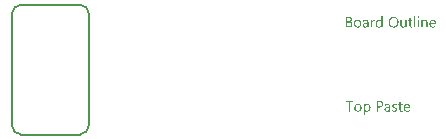
<source format=gtp>
G04*
G04 #@! TF.GenerationSoftware,Altium Limited,Altium Designer,21.9.2 (33)*
G04*
G04 Layer_Color=8421504*
%FSAX25Y25*%
%MOIN*%
G70*
G04*
G04 #@! TF.SameCoordinates,076CCB32-9F76-40D1-A627-3FF0FC58CD4E*
G04*
G04*
G04 #@! TF.FilePolarity,Positive*
G04*
G01*
G75*
%ADD10C,0.00787*%
G36*
X0122595Y0017700D02*
X0122623Y0017694D01*
X0122651Y0017684D01*
X0122682Y0017669D01*
X0122713Y0017650D01*
X0122743Y0017626D01*
X0122747Y0017623D01*
X0122756Y0017613D01*
X0122768Y0017598D01*
X0122784Y0017576D01*
X0122796Y0017548D01*
X0122808Y0017517D01*
X0122818Y0017480D01*
X0122821Y0017440D01*
Y0017434D01*
Y0017422D01*
X0122818Y0017403D01*
X0122811Y0017375D01*
X0122802Y0017348D01*
X0122787Y0017317D01*
X0122768Y0017286D01*
X0122743Y0017255D01*
X0122740Y0017252D01*
X0122731Y0017243D01*
X0122713Y0017230D01*
X0122691Y0017218D01*
X0122663Y0017205D01*
X0122632Y0017193D01*
X0122598Y0017184D01*
X0122558Y0017181D01*
X0122540D01*
X0122521Y0017184D01*
X0122493Y0017190D01*
X0122465Y0017199D01*
X0122434Y0017212D01*
X0122404Y0017227D01*
X0122373Y0017252D01*
X0122370Y0017255D01*
X0122360Y0017264D01*
X0122348Y0017283D01*
X0122336Y0017304D01*
X0122323Y0017329D01*
X0122311Y0017363D01*
X0122302Y0017400D01*
X0122299Y0017440D01*
Y0017446D01*
Y0017459D01*
X0122302Y0017480D01*
X0122308Y0017505D01*
X0122317Y0017536D01*
X0122329Y0017567D01*
X0122348Y0017598D01*
X0122373Y0017626D01*
X0122376Y0017629D01*
X0122385Y0017638D01*
X0122404Y0017650D01*
X0122425Y0017666D01*
X0122453Y0017678D01*
X0122484Y0017691D01*
X0122518Y0017700D01*
X0122558Y0017703D01*
X0122577D01*
X0122595Y0017700D01*
D02*
G37*
G36*
X0110628Y0014035D02*
X0110226D01*
Y0014458D01*
X0110217D01*
X0110213Y0014452D01*
X0110204Y0014437D01*
X0110186Y0014415D01*
X0110164Y0014384D01*
X0110133Y0014347D01*
X0110099Y0014307D01*
X0110056Y0014264D01*
X0110003Y0014217D01*
X0109948Y0014171D01*
X0109883Y0014128D01*
X0109812Y0014088D01*
X0109735Y0014051D01*
X0109651Y0014020D01*
X0109558Y0013998D01*
X0109460Y0013983D01*
X0109354Y0013976D01*
X0109333D01*
X0109308Y0013980D01*
X0109277Y0013983D01*
X0109237Y0013986D01*
X0109191Y0013995D01*
X0109138Y0014004D01*
X0109083Y0014020D01*
X0109024Y0014035D01*
X0108962Y0014060D01*
X0108900Y0014085D01*
X0108835Y0014119D01*
X0108774Y0014156D01*
X0108712Y0014202D01*
X0108653Y0014254D01*
X0108598Y0014313D01*
X0108594Y0014316D01*
X0108585Y0014329D01*
X0108573Y0014347D01*
X0108554Y0014375D01*
X0108533Y0014409D01*
X0108508Y0014449D01*
X0108483Y0014499D01*
X0108458Y0014554D01*
X0108431Y0014616D01*
X0108406Y0014684D01*
X0108381Y0014761D01*
X0108360Y0014842D01*
X0108341Y0014928D01*
X0108329Y0015024D01*
X0108319Y0015123D01*
X0108316Y0015228D01*
Y0015231D01*
Y0015234D01*
Y0015243D01*
Y0015256D01*
X0108319Y0015286D01*
X0108323Y0015330D01*
X0108326Y0015385D01*
X0108332Y0015444D01*
X0108341Y0015512D01*
X0108356Y0015586D01*
X0108372Y0015664D01*
X0108394Y0015747D01*
X0108418Y0015827D01*
X0108449Y0015914D01*
X0108483Y0015994D01*
X0108526Y0016074D01*
X0108573Y0016152D01*
X0108628Y0016226D01*
X0108632Y0016229D01*
X0108644Y0016241D01*
X0108662Y0016260D01*
X0108687Y0016285D01*
X0108718Y0016312D01*
X0108755Y0016346D01*
X0108801Y0016380D01*
X0108851Y0016414D01*
X0108910Y0016448D01*
X0108971Y0016482D01*
X0109039Y0016516D01*
X0109114Y0016544D01*
X0109194Y0016569D01*
X0109280Y0016587D01*
X0109370Y0016600D01*
X0109466Y0016603D01*
X0109487D01*
X0109515Y0016600D01*
X0109549Y0016597D01*
X0109592Y0016590D01*
X0109642Y0016581D01*
X0109694Y0016569D01*
X0109753Y0016553D01*
X0109815Y0016532D01*
X0109877Y0016504D01*
X0109939Y0016470D01*
X0110000Y0016430D01*
X0110059Y0016384D01*
X0110118Y0016331D01*
X0110170Y0016266D01*
X0110217Y0016195D01*
X0110226D01*
Y0017749D01*
X0110628D01*
Y0014035D01*
D02*
G37*
G36*
X0124842Y0016600D02*
X0124869D01*
X0124903Y0016594D01*
X0124944Y0016587D01*
X0124987Y0016581D01*
X0125033Y0016569D01*
X0125083Y0016556D01*
X0125135Y0016538D01*
X0125188Y0016516D01*
X0125240Y0016489D01*
X0125290Y0016458D01*
X0125339Y0016424D01*
X0125385Y0016380D01*
X0125429Y0016334D01*
X0125432Y0016331D01*
X0125438Y0016322D01*
X0125450Y0016306D01*
X0125463Y0016285D01*
X0125478Y0016257D01*
X0125497Y0016223D01*
X0125518Y0016183D01*
X0125540Y0016139D01*
X0125558Y0016087D01*
X0125580Y0016031D01*
X0125599Y0015966D01*
X0125614Y0015898D01*
X0125627Y0015824D01*
X0125639Y0015744D01*
X0125645Y0015660D01*
X0125648Y0015568D01*
Y0014035D01*
X0125246D01*
Y0015466D01*
Y0015469D01*
Y0015475D01*
Y0015484D01*
Y0015500D01*
X0125243Y0015518D01*
Y0015540D01*
X0125237Y0015589D01*
X0125228Y0015651D01*
X0125215Y0015719D01*
X0125197Y0015790D01*
X0125172Y0015864D01*
X0125141Y0015938D01*
X0125104Y0016010D01*
X0125058Y0016078D01*
X0124999Y0016139D01*
X0124934Y0016189D01*
X0124897Y0016210D01*
X0124854Y0016229D01*
X0124811Y0016244D01*
X0124764Y0016254D01*
X0124715Y0016260D01*
X0124662Y0016263D01*
X0124635D01*
X0124613Y0016260D01*
X0124588Y0016257D01*
X0124557Y0016251D01*
X0124523Y0016244D01*
X0124489Y0016235D01*
X0124449Y0016223D01*
X0124409Y0016207D01*
X0124369Y0016189D01*
X0124326Y0016167D01*
X0124285Y0016139D01*
X0124242Y0016108D01*
X0124202Y0016074D01*
X0124165Y0016034D01*
X0124162Y0016031D01*
X0124156Y0016025D01*
X0124146Y0016013D01*
X0124134Y0015994D01*
X0124118Y0015972D01*
X0124103Y0015945D01*
X0124084Y0015914D01*
X0124066Y0015880D01*
X0124048Y0015840D01*
X0124029Y0015796D01*
X0124013Y0015750D01*
X0123998Y0015701D01*
X0123986Y0015645D01*
X0123976Y0015589D01*
X0123970Y0015528D01*
X0123967Y0015466D01*
Y0014035D01*
X0123565D01*
Y0016544D01*
X0123967D01*
Y0016127D01*
X0123976D01*
X0123979Y0016133D01*
X0123989Y0016149D01*
X0124007Y0016170D01*
X0124029Y0016201D01*
X0124060Y0016238D01*
X0124094Y0016278D01*
X0124137Y0016322D01*
X0124187Y0016365D01*
X0124242Y0016408D01*
X0124304Y0016452D01*
X0124372Y0016492D01*
X0124443Y0016529D01*
X0124523Y0016560D01*
X0124610Y0016581D01*
X0124703Y0016597D01*
X0124801Y0016603D01*
X0124820D01*
X0124842Y0016600D01*
D02*
G37*
G36*
X0107865Y0016584D02*
X0107899D01*
X0107936Y0016578D01*
X0107976Y0016572D01*
X0108017Y0016566D01*
X0108051Y0016553D01*
Y0016136D01*
X0108044Y0016139D01*
X0108032Y0016149D01*
X0108007Y0016161D01*
X0107973Y0016176D01*
X0107927Y0016192D01*
X0107878Y0016204D01*
X0107816Y0016214D01*
X0107745Y0016217D01*
X0107720D01*
X0107701Y0016214D01*
X0107680Y0016210D01*
X0107655Y0016204D01*
X0107596Y0016186D01*
X0107562Y0016173D01*
X0107528Y0016158D01*
X0107491Y0016136D01*
X0107454Y0016115D01*
X0107420Y0016087D01*
X0107383Y0016053D01*
X0107349Y0016016D01*
X0107315Y0015972D01*
X0107312Y0015969D01*
X0107309Y0015960D01*
X0107300Y0015948D01*
X0107287Y0015929D01*
X0107275Y0015904D01*
X0107260Y0015874D01*
X0107244Y0015840D01*
X0107229Y0015800D01*
X0107213Y0015756D01*
X0107198Y0015707D01*
X0107182Y0015651D01*
X0107170Y0015592D01*
X0107158Y0015528D01*
X0107148Y0015460D01*
X0107145Y0015389D01*
X0107142Y0015311D01*
Y0014035D01*
X0106740D01*
Y0016544D01*
X0107142D01*
Y0016025D01*
X0107151D01*
Y0016028D01*
X0107154Y0016037D01*
X0107161Y0016050D01*
X0107167Y0016068D01*
X0107176Y0016090D01*
X0107188Y0016118D01*
X0107216Y0016176D01*
X0107253Y0016244D01*
X0107300Y0016312D01*
X0107352Y0016377D01*
X0107414Y0016439D01*
X0107417Y0016442D01*
X0107423Y0016445D01*
X0107432Y0016452D01*
X0107445Y0016464D01*
X0107460Y0016473D01*
X0107482Y0016486D01*
X0107528Y0016513D01*
X0107587Y0016541D01*
X0107655Y0016566D01*
X0107729Y0016581D01*
X0107769Y0016584D01*
X0107809Y0016587D01*
X0107834D01*
X0107865Y0016584D01*
D02*
G37*
G36*
X0118628Y0014035D02*
X0118226D01*
Y0014431D01*
X0118217D01*
X0118214Y0014424D01*
X0118204Y0014412D01*
X0118189Y0014387D01*
X0118170Y0014359D01*
X0118142Y0014326D01*
X0118108Y0014288D01*
X0118071Y0014245D01*
X0118025Y0014205D01*
X0117976Y0014162D01*
X0117917Y0014122D01*
X0117855Y0014081D01*
X0117784Y0014048D01*
X0117707Y0014020D01*
X0117626Y0013995D01*
X0117537Y0013983D01*
X0117441Y0013976D01*
X0117419D01*
X0117404Y0013980D01*
X0117382D01*
X0117358Y0013983D01*
X0117330Y0013989D01*
X0117302Y0013992D01*
X0117234Y0014010D01*
X0117157Y0014032D01*
X0117076Y0014066D01*
X0117036Y0014088D01*
X0116993Y0014109D01*
X0116950Y0014137D01*
X0116910Y0014165D01*
X0116869Y0014199D01*
X0116829Y0014236D01*
X0116789Y0014279D01*
X0116752Y0014322D01*
X0116718Y0014372D01*
X0116684Y0014427D01*
X0116656Y0014486D01*
X0116628Y0014548D01*
X0116604Y0014616D01*
X0116582Y0014690D01*
X0116567Y0014771D01*
X0116554Y0014854D01*
X0116548Y0014947D01*
X0116545Y0015042D01*
Y0016544D01*
X0116944D01*
Y0015107D01*
Y0015104D01*
Y0015098D01*
Y0015089D01*
Y0015073D01*
X0116947Y0015055D01*
Y0015033D01*
X0116953Y0014984D01*
X0116962Y0014922D01*
X0116974Y0014857D01*
X0116996Y0014783D01*
X0117021Y0014712D01*
X0117052Y0014638D01*
X0117092Y0014563D01*
X0117141Y0014499D01*
X0117200Y0014437D01*
X0117271Y0014387D01*
X0117308Y0014366D01*
X0117351Y0014347D01*
X0117398Y0014332D01*
X0117444Y0014322D01*
X0117497Y0014316D01*
X0117552Y0014313D01*
X0117580D01*
X0117602Y0014316D01*
X0117626Y0014319D01*
X0117654Y0014326D01*
X0117688Y0014332D01*
X0117722Y0014341D01*
X0117759Y0014350D01*
X0117799Y0014366D01*
X0117840Y0014384D01*
X0117880Y0014406D01*
X0117920Y0014431D01*
X0117960Y0014458D01*
X0117997Y0014492D01*
X0118034Y0014529D01*
X0118037Y0014533D01*
X0118044Y0014539D01*
X0118053Y0014551D01*
X0118065Y0014570D01*
X0118078Y0014591D01*
X0118096Y0014616D01*
X0118112Y0014647D01*
X0118130Y0014681D01*
X0118149Y0014721D01*
X0118164Y0014764D01*
X0118183Y0014811D01*
X0118195Y0014860D01*
X0118207Y0014916D01*
X0118217Y0014971D01*
X0118223Y0015033D01*
X0118226Y0015098D01*
Y0016544D01*
X0118628D01*
Y0014035D01*
D02*
G37*
G36*
X0122753D02*
X0122351D01*
Y0016544D01*
X0122753D01*
Y0014035D01*
D02*
G37*
G36*
X0121538D02*
X0121137D01*
Y0017749D01*
X0121538D01*
Y0014035D01*
D02*
G37*
G36*
X0105137Y0016600D02*
X0105158D01*
X0105180Y0016597D01*
X0105208Y0016594D01*
X0105239Y0016587D01*
X0105304Y0016575D01*
X0105381Y0016553D01*
X0105458Y0016526D01*
X0105542Y0016486D01*
X0105625Y0016436D01*
X0105665Y0016408D01*
X0105705Y0016374D01*
X0105742Y0016337D01*
X0105779Y0016300D01*
X0105813Y0016257D01*
X0105844Y0016207D01*
X0105875Y0016158D01*
X0105903Y0016102D01*
X0105925Y0016040D01*
X0105946Y0015976D01*
X0105962Y0015908D01*
X0105974Y0015830D01*
X0105980Y0015753D01*
X0105983Y0015667D01*
Y0014035D01*
X0105582D01*
Y0014424D01*
X0105572D01*
X0105569Y0014418D01*
X0105560Y0014406D01*
X0105545Y0014384D01*
X0105523Y0014353D01*
X0105495Y0014319D01*
X0105461Y0014282D01*
X0105424Y0014242D01*
X0105378Y0014202D01*
X0105325Y0014159D01*
X0105270Y0014119D01*
X0105205Y0014081D01*
X0105137Y0014048D01*
X0105059Y0014017D01*
X0104979Y0013995D01*
X0104893Y0013983D01*
X0104800Y0013976D01*
X0104763D01*
X0104738Y0013980D01*
X0104707Y0013983D01*
X0104670Y0013986D01*
X0104630Y0013992D01*
X0104587Y0014001D01*
X0104491Y0014026D01*
X0104445Y0014041D01*
X0104395Y0014060D01*
X0104346Y0014081D01*
X0104299Y0014109D01*
X0104256Y0014140D01*
X0104213Y0014174D01*
X0104210Y0014177D01*
X0104203Y0014183D01*
X0104194Y0014196D01*
X0104179Y0014211D01*
X0104163Y0014230D01*
X0104148Y0014254D01*
X0104126Y0014282D01*
X0104108Y0014313D01*
X0104089Y0014350D01*
X0104071Y0014390D01*
X0104052Y0014434D01*
X0104037Y0014480D01*
X0104021Y0014529D01*
X0104012Y0014582D01*
X0104006Y0014641D01*
X0104003Y0014699D01*
Y0014703D01*
Y0014709D01*
Y0014718D01*
X0104006Y0014730D01*
Y0014746D01*
X0104009Y0014764D01*
X0104015Y0014811D01*
X0104027Y0014866D01*
X0104046Y0014928D01*
X0104071Y0014996D01*
X0104108Y0015067D01*
X0104151Y0015138D01*
X0104203Y0015209D01*
X0104237Y0015243D01*
X0104271Y0015277D01*
X0104312Y0015311D01*
X0104352Y0015342D01*
X0104398Y0015373D01*
X0104448Y0015401D01*
X0104500Y0015426D01*
X0104559Y0015450D01*
X0104621Y0015472D01*
X0104685Y0015491D01*
X0104757Y0015506D01*
X0104831Y0015518D01*
X0105582Y0015623D01*
Y0015626D01*
Y0015630D01*
Y0015639D01*
Y0015651D01*
X0105578Y0015682D01*
X0105572Y0015722D01*
X0105566Y0015772D01*
X0105554Y0015827D01*
X0105538Y0015883D01*
X0105517Y0015945D01*
X0105489Y0016003D01*
X0105455Y0016062D01*
X0105415Y0016115D01*
X0105365Y0016164D01*
X0105304Y0016204D01*
X0105236Y0016235D01*
X0105199Y0016248D01*
X0105155Y0016257D01*
X0105112Y0016260D01*
X0105066Y0016263D01*
X0105044D01*
X0105022Y0016260D01*
X0104988Y0016257D01*
X0104948Y0016254D01*
X0104902Y0016248D01*
X0104849Y0016238D01*
X0104794Y0016226D01*
X0104732Y0016207D01*
X0104667Y0016189D01*
X0104599Y0016164D01*
X0104528Y0016133D01*
X0104457Y0016096D01*
X0104386Y0016056D01*
X0104315Y0016010D01*
X0104247Y0015954D01*
Y0016365D01*
X0104250Y0016368D01*
X0104262Y0016374D01*
X0104284Y0016387D01*
X0104312Y0016402D01*
X0104349Y0016421D01*
X0104389Y0016439D01*
X0104438Y0016461D01*
X0104494Y0016486D01*
X0104553Y0016507D01*
X0104618Y0016529D01*
X0104689Y0016547D01*
X0104763Y0016566D01*
X0104843Y0016581D01*
X0104923Y0016594D01*
X0105010Y0016600D01*
X0105100Y0016603D01*
X0105121D01*
X0105137Y0016600D01*
D02*
G37*
G36*
X0099501Y0017545D02*
X0099538Y0017542D01*
X0099581Y0017536D01*
X0099630Y0017530D01*
X0099686Y0017521D01*
X0099742Y0017508D01*
X0099800Y0017493D01*
X0099862Y0017474D01*
X0099921Y0017453D01*
X0099983Y0017428D01*
X0100038Y0017397D01*
X0100094Y0017363D01*
X0100146Y0017323D01*
X0100149Y0017320D01*
X0100159Y0017314D01*
X0100171Y0017301D01*
X0100187Y0017283D01*
X0100208Y0017261D01*
X0100230Y0017233D01*
X0100254Y0017202D01*
X0100279Y0017168D01*
X0100304Y0017128D01*
X0100329Y0017085D01*
X0100350Y0017036D01*
X0100372Y0016986D01*
X0100387Y0016930D01*
X0100400Y0016872D01*
X0100409Y0016810D01*
X0100412Y0016745D01*
Y0016742D01*
Y0016733D01*
Y0016717D01*
X0100409Y0016696D01*
X0100406Y0016668D01*
X0100403Y0016640D01*
X0100400Y0016606D01*
X0100393Y0016569D01*
X0100372Y0016486D01*
X0100344Y0016399D01*
X0100326Y0016353D01*
X0100304Y0016309D01*
X0100279Y0016266D01*
X0100251Y0016223D01*
X0100248Y0016220D01*
X0100245Y0016214D01*
X0100236Y0016201D01*
X0100221Y0016186D01*
X0100205Y0016170D01*
X0100187Y0016149D01*
X0100162Y0016127D01*
X0100137Y0016102D01*
X0100106Y0016078D01*
X0100072Y0016050D01*
X0100035Y0016025D01*
X0099995Y0015997D01*
X0099952Y0015972D01*
X0099908Y0015951D01*
X0099806Y0015911D01*
Y0015901D01*
X0099809D01*
X0099822Y0015898D01*
X0099840Y0015895D01*
X0099865Y0015892D01*
X0099896Y0015886D01*
X0099930Y0015877D01*
X0099970Y0015864D01*
X0100010Y0015852D01*
X0100100Y0015818D01*
X0100149Y0015796D01*
X0100196Y0015769D01*
X0100242Y0015741D01*
X0100288Y0015710D01*
X0100335Y0015673D01*
X0100375Y0015633D01*
X0100378Y0015630D01*
X0100384Y0015623D01*
X0100393Y0015611D01*
X0100409Y0015592D01*
X0100424Y0015568D01*
X0100443Y0015543D01*
X0100461Y0015509D01*
X0100483Y0015475D01*
X0100502Y0015435D01*
X0100520Y0015389D01*
X0100539Y0015342D01*
X0100554Y0015290D01*
X0100570Y0015231D01*
X0100579Y0015172D01*
X0100585Y0015110D01*
X0100588Y0015042D01*
Y0015036D01*
Y0015024D01*
X0100585Y0014999D01*
X0100582Y0014968D01*
X0100579Y0014928D01*
X0100570Y0014885D01*
X0100560Y0014835D01*
X0100548Y0014783D01*
X0100530Y0014724D01*
X0100508Y0014665D01*
X0100483Y0014607D01*
X0100452Y0014545D01*
X0100415Y0014483D01*
X0100372Y0014424D01*
X0100322Y0014369D01*
X0100264Y0014313D01*
X0100261Y0014310D01*
X0100248Y0014301D01*
X0100230Y0014288D01*
X0100205Y0014270D01*
X0100174Y0014248D01*
X0100134Y0014227D01*
X0100091Y0014199D01*
X0100041Y0014174D01*
X0099983Y0014149D01*
X0099921Y0014125D01*
X0099856Y0014100D01*
X0099782Y0014078D01*
X0099704Y0014060D01*
X0099624Y0014048D01*
X0099538Y0014038D01*
X0099448Y0014035D01*
X0098425D01*
Y0017548D01*
X0099467D01*
X0099501Y0017545D01*
D02*
G37*
G36*
X0119969Y0016544D02*
X0120602D01*
Y0016198D01*
X0119969D01*
Y0014786D01*
Y0014783D01*
Y0014774D01*
Y0014761D01*
Y0014746D01*
X0119972Y0014724D01*
X0119975Y0014699D01*
X0119981Y0014647D01*
X0119990Y0014585D01*
X0120006Y0014526D01*
X0120027Y0014471D01*
X0120040Y0014446D01*
X0120055Y0014424D01*
X0120058Y0014421D01*
X0120071Y0014409D01*
X0120092Y0014390D01*
X0120123Y0014372D01*
X0120163Y0014350D01*
X0120213Y0014335D01*
X0120272Y0014322D01*
X0120340Y0014316D01*
X0120364D01*
X0120392Y0014319D01*
X0120429Y0014326D01*
X0120469Y0014338D01*
X0120516Y0014350D01*
X0120559Y0014372D01*
X0120602Y0014400D01*
Y0014057D01*
X0120599D01*
X0120596Y0014054D01*
X0120587Y0014051D01*
X0120577Y0014044D01*
X0120543Y0014032D01*
X0120503Y0014020D01*
X0120448Y0014007D01*
X0120383Y0013995D01*
X0120309Y0013986D01*
X0120225Y0013983D01*
X0120197D01*
X0120163Y0013989D01*
X0120123Y0013995D01*
X0120074Y0014004D01*
X0120018Y0014023D01*
X0119956Y0014044D01*
X0119898Y0014075D01*
X0119836Y0014112D01*
X0119774Y0014162D01*
X0119718Y0014220D01*
X0119694Y0014254D01*
X0119669Y0014292D01*
X0119647Y0014332D01*
X0119629Y0014375D01*
X0119610Y0014421D01*
X0119595Y0014474D01*
X0119582Y0014526D01*
X0119573Y0014585D01*
X0119570Y0014647D01*
X0119567Y0014715D01*
Y0016198D01*
X0119138D01*
Y0016544D01*
X0119567D01*
Y0017156D01*
X0119969Y0017286D01*
Y0016544D01*
D02*
G37*
G36*
X0127437Y0016600D02*
X0127471Y0016597D01*
X0127515Y0016594D01*
X0127561Y0016587D01*
X0127613Y0016575D01*
X0127669Y0016563D01*
X0127731Y0016547D01*
X0127793Y0016526D01*
X0127854Y0016498D01*
X0127919Y0016467D01*
X0127981Y0016430D01*
X0128040Y0016387D01*
X0128098Y0016337D01*
X0128151Y0016282D01*
X0128154Y0016278D01*
X0128163Y0016266D01*
X0128176Y0016248D01*
X0128194Y0016223D01*
X0128213Y0016192D01*
X0128237Y0016152D01*
X0128262Y0016105D01*
X0128287Y0016053D01*
X0128312Y0015991D01*
X0128336Y0015926D01*
X0128361Y0015852D01*
X0128380Y0015775D01*
X0128398Y0015688D01*
X0128410Y0015599D01*
X0128420Y0015500D01*
X0128423Y0015398D01*
Y0015188D01*
X0126649D01*
Y0015181D01*
Y0015169D01*
X0126652Y0015147D01*
X0126655Y0015120D01*
X0126658Y0015083D01*
X0126665Y0015042D01*
X0126671Y0014999D01*
X0126683Y0014950D01*
X0126711Y0014845D01*
X0126730Y0014792D01*
X0126751Y0014737D01*
X0126776Y0014684D01*
X0126804Y0014631D01*
X0126838Y0014585D01*
X0126875Y0014539D01*
X0126878Y0014536D01*
X0126884Y0014529D01*
X0126897Y0014517D01*
X0126915Y0014505D01*
X0126937Y0014486D01*
X0126964Y0014468D01*
X0126995Y0014446D01*
X0127029Y0014427D01*
X0127069Y0014406D01*
X0127116Y0014384D01*
X0127162Y0014366D01*
X0127218Y0014347D01*
X0127273Y0014335D01*
X0127335Y0014322D01*
X0127400Y0014316D01*
X0127468Y0014313D01*
X0127487D01*
X0127508Y0014316D01*
X0127539D01*
X0127576Y0014322D01*
X0127620Y0014329D01*
X0127669Y0014338D01*
X0127725Y0014347D01*
X0127783Y0014363D01*
X0127845Y0014381D01*
X0127910Y0014403D01*
X0127975Y0014431D01*
X0128043Y0014461D01*
X0128111Y0014499D01*
X0128179Y0014542D01*
X0128247Y0014591D01*
Y0014214D01*
X0128244Y0014211D01*
X0128231Y0014205D01*
X0128213Y0014193D01*
X0128188Y0014177D01*
X0128154Y0014159D01*
X0128114Y0014140D01*
X0128068Y0014119D01*
X0128015Y0014097D01*
X0127953Y0014072D01*
X0127888Y0014051D01*
X0127817Y0014032D01*
X0127740Y0014014D01*
X0127657Y0013998D01*
X0127567Y0013986D01*
X0127471Y0013980D01*
X0127372Y0013976D01*
X0127348D01*
X0127323Y0013980D01*
X0127286Y0013983D01*
X0127239Y0013986D01*
X0127187Y0013995D01*
X0127131Y0014004D01*
X0127069Y0014020D01*
X0127005Y0014038D01*
X0126937Y0014060D01*
X0126866Y0014088D01*
X0126798Y0014119D01*
X0126726Y0014159D01*
X0126662Y0014205D01*
X0126597Y0014258D01*
X0126538Y0014316D01*
X0126535Y0014319D01*
X0126526Y0014332D01*
X0126510Y0014353D01*
X0126492Y0014381D01*
X0126467Y0014415D01*
X0126442Y0014458D01*
X0126414Y0014508D01*
X0126387Y0014567D01*
X0126359Y0014628D01*
X0126331Y0014703D01*
X0126306Y0014780D01*
X0126281Y0014866D01*
X0126263Y0014959D01*
X0126248Y0015058D01*
X0126238Y0015166D01*
X0126235Y0015277D01*
Y0015280D01*
Y0015283D01*
Y0015293D01*
Y0015302D01*
X0126238Y0015333D01*
X0126241Y0015376D01*
X0126244Y0015426D01*
X0126254Y0015481D01*
X0126263Y0015546D01*
X0126275Y0015617D01*
X0126294Y0015691D01*
X0126315Y0015769D01*
X0126343Y0015849D01*
X0126374Y0015929D01*
X0126411Y0016006D01*
X0126458Y0016087D01*
X0126507Y0016161D01*
X0126566Y0016232D01*
X0126569Y0016235D01*
X0126581Y0016248D01*
X0126600Y0016266D01*
X0126625Y0016291D01*
X0126658Y0016319D01*
X0126699Y0016350D01*
X0126742Y0016384D01*
X0126795Y0016418D01*
X0126850Y0016452D01*
X0126915Y0016486D01*
X0126983Y0016516D01*
X0127054Y0016544D01*
X0127131Y0016569D01*
X0127215Y0016587D01*
X0127301Y0016600D01*
X0127391Y0016603D01*
X0127412D01*
X0127437Y0016600D01*
D02*
G37*
G36*
X0114394Y0017604D02*
X0114416D01*
X0114438Y0017601D01*
X0114465D01*
X0114527Y0017592D01*
X0114598Y0017582D01*
X0114679Y0017567D01*
X0114765Y0017545D01*
X0114855Y0017521D01*
X0114951Y0017487D01*
X0115046Y0017446D01*
X0115145Y0017400D01*
X0115244Y0017345D01*
X0115337Y0017280D01*
X0115429Y0017202D01*
X0115516Y0017116D01*
X0115522Y0017110D01*
X0115534Y0017094D01*
X0115556Y0017066D01*
X0115587Y0017026D01*
X0115618Y0016977D01*
X0115658Y0016918D01*
X0115698Y0016850D01*
X0115738Y0016773D01*
X0115779Y0016683D01*
X0115819Y0016587D01*
X0115859Y0016482D01*
X0115893Y0016368D01*
X0115921Y0016244D01*
X0115942Y0016115D01*
X0115955Y0015979D01*
X0115961Y0015834D01*
Y0015830D01*
Y0015824D01*
Y0015812D01*
Y0015796D01*
X0115958Y0015775D01*
Y0015750D01*
X0115955Y0015722D01*
Y0015691D01*
X0115952Y0015657D01*
X0115949Y0015620D01*
X0115936Y0015537D01*
X0115924Y0015441D01*
X0115905Y0015342D01*
X0115881Y0015234D01*
X0115850Y0015123D01*
X0115813Y0015011D01*
X0115769Y0014897D01*
X0115717Y0014786D01*
X0115655Y0014675D01*
X0115584Y0014573D01*
X0115504Y0014474D01*
X0115497Y0014468D01*
X0115482Y0014452D01*
X0115457Y0014427D01*
X0115420Y0014397D01*
X0115374Y0014359D01*
X0115318Y0014316D01*
X0115256Y0014273D01*
X0115182Y0014227D01*
X0115099Y0014180D01*
X0115006Y0014134D01*
X0114907Y0014091D01*
X0114799Y0014054D01*
X0114682Y0014023D01*
X0114558Y0013998D01*
X0114425Y0013983D01*
X0114286Y0013976D01*
X0114252D01*
X0114237Y0013980D01*
X0114215D01*
X0114190Y0013983D01*
X0114163Y0013986D01*
X0114098Y0013992D01*
X0114027Y0014001D01*
X0113943Y0014017D01*
X0113857Y0014038D01*
X0113761Y0014063D01*
X0113665Y0014097D01*
X0113566Y0014137D01*
X0113464Y0014183D01*
X0113365Y0014239D01*
X0113270Y0014307D01*
X0113174Y0014381D01*
X0113087Y0014468D01*
X0113081Y0014474D01*
X0113069Y0014489D01*
X0113047Y0014517D01*
X0113016Y0014557D01*
X0112982Y0014607D01*
X0112945Y0014665D01*
X0112905Y0014733D01*
X0112865Y0014814D01*
X0112821Y0014900D01*
X0112781Y0014996D01*
X0112744Y0015101D01*
X0112710Y0015215D01*
X0112679Y0015339D01*
X0112658Y0015469D01*
X0112645Y0015605D01*
X0112639Y0015750D01*
Y0015753D01*
Y0015759D01*
Y0015772D01*
Y0015787D01*
X0112642Y0015809D01*
Y0015830D01*
X0112645Y0015858D01*
Y0015889D01*
X0112648Y0015923D01*
X0112655Y0015963D01*
X0112664Y0016044D01*
X0112676Y0016136D01*
X0112698Y0016235D01*
X0112720Y0016343D01*
X0112750Y0016452D01*
X0112787Y0016563D01*
X0112831Y0016677D01*
X0112883Y0016788D01*
X0112945Y0016896D01*
X0113016Y0017002D01*
X0113096Y0017100D01*
X0113103Y0017107D01*
X0113118Y0017122D01*
X0113143Y0017147D01*
X0113180Y0017181D01*
X0113226Y0017218D01*
X0113285Y0017261D01*
X0113350Y0017307D01*
X0113424Y0017354D01*
X0113511Y0017400D01*
X0113603Y0017446D01*
X0113705Y0017490D01*
X0113816Y0017527D01*
X0113937Y0017561D01*
X0114064Y0017585D01*
X0114200Y0017601D01*
X0114345Y0017607D01*
X0114376D01*
X0114394Y0017604D01*
D02*
G37*
G36*
X0102408Y0016600D02*
X0102448Y0016597D01*
X0102495Y0016594D01*
X0102550Y0016584D01*
X0102609Y0016575D01*
X0102674Y0016560D01*
X0102745Y0016541D01*
X0102816Y0016520D01*
X0102887Y0016492D01*
X0102961Y0016458D01*
X0103032Y0016418D01*
X0103103Y0016371D01*
X0103168Y0016319D01*
X0103230Y0016257D01*
X0103233Y0016254D01*
X0103243Y0016241D01*
X0103258Y0016220D01*
X0103280Y0016192D01*
X0103304Y0016158D01*
X0103329Y0016115D01*
X0103360Y0016065D01*
X0103388Y0016006D01*
X0103419Y0015942D01*
X0103446Y0015871D01*
X0103471Y0015793D01*
X0103496Y0015707D01*
X0103517Y0015614D01*
X0103533Y0015515D01*
X0103542Y0015410D01*
X0103545Y0015299D01*
Y0015296D01*
Y0015293D01*
Y0015283D01*
Y0015271D01*
X0103542Y0015240D01*
X0103539Y0015200D01*
X0103536Y0015147D01*
X0103527Y0015089D01*
X0103517Y0015024D01*
X0103502Y0014953D01*
X0103483Y0014879D01*
X0103462Y0014798D01*
X0103434Y0014718D01*
X0103403Y0014638D01*
X0103363Y0014557D01*
X0103317Y0014480D01*
X0103264Y0014406D01*
X0103205Y0014335D01*
X0103202Y0014332D01*
X0103190Y0014319D01*
X0103171Y0014301D01*
X0103144Y0014279D01*
X0103110Y0014251D01*
X0103069Y0014220D01*
X0103020Y0014190D01*
X0102964Y0014156D01*
X0102903Y0014122D01*
X0102835Y0014091D01*
X0102761Y0014060D01*
X0102680Y0014032D01*
X0102591Y0014010D01*
X0102498Y0013992D01*
X0102402Y0013980D01*
X0102297Y0013976D01*
X0102272D01*
X0102244Y0013980D01*
X0102204Y0013983D01*
X0102158Y0013986D01*
X0102102Y0013995D01*
X0102044Y0014004D01*
X0101979Y0014020D01*
X0101908Y0014038D01*
X0101837Y0014063D01*
X0101762Y0014091D01*
X0101688Y0014125D01*
X0101614Y0014165D01*
X0101540Y0014211D01*
X0101472Y0014264D01*
X0101407Y0014326D01*
X0101404Y0014329D01*
X0101392Y0014341D01*
X0101376Y0014363D01*
X0101355Y0014390D01*
X0101330Y0014424D01*
X0101302Y0014468D01*
X0101274Y0014517D01*
X0101243Y0014576D01*
X0101212Y0014638D01*
X0101181Y0014709D01*
X0101154Y0014786D01*
X0101129Y0014869D01*
X0101107Y0014956D01*
X0101092Y0015052D01*
X0101079Y0015154D01*
X0101076Y0015259D01*
Y0015262D01*
Y0015265D01*
Y0015274D01*
Y0015286D01*
X0101079Y0015321D01*
X0101083Y0015364D01*
X0101086Y0015416D01*
X0101095Y0015478D01*
X0101104Y0015546D01*
X0101120Y0015620D01*
X0101138Y0015698D01*
X0101160Y0015778D01*
X0101188Y0015861D01*
X0101222Y0015945D01*
X0101262Y0016025D01*
X0101305Y0016102D01*
X0101358Y0016176D01*
X0101419Y0016248D01*
X0101423Y0016251D01*
X0101435Y0016263D01*
X0101456Y0016282D01*
X0101484Y0016303D01*
X0101518Y0016331D01*
X0101561Y0016359D01*
X0101611Y0016393D01*
X0101667Y0016427D01*
X0101728Y0016458D01*
X0101799Y0016492D01*
X0101877Y0016520D01*
X0101960Y0016547D01*
X0102050Y0016569D01*
X0102146Y0016587D01*
X0102248Y0016600D01*
X0102356Y0016603D01*
X0102380D01*
X0102408Y0016600D01*
D02*
G37*
G36*
X0105628Y-0011440D02*
X0105662Y-0011443D01*
X0105702Y-0011446D01*
X0105748Y-0011456D01*
X0105801Y-0011465D01*
X0105860Y-0011480D01*
X0105918Y-0011499D01*
X0105980Y-0011521D01*
X0106042Y-0011548D01*
X0106107Y-0011579D01*
X0106169Y-0011619D01*
X0106227Y-0011666D01*
X0106286Y-0011718D01*
X0106339Y-0011777D01*
X0106342Y-0011780D01*
X0106351Y-0011793D01*
X0106363Y-0011811D01*
X0106382Y-0011839D01*
X0106401Y-0011873D01*
X0106425Y-0011913D01*
X0106450Y-0011962D01*
X0106475Y-0012015D01*
X0106499Y-0012077D01*
X0106524Y-0012145D01*
X0106549Y-0012219D01*
X0106567Y-0012299D01*
X0106586Y-0012386D01*
X0106598Y-0012478D01*
X0106607Y-0012577D01*
X0106611Y-0012679D01*
Y-0012682D01*
Y-0012686D01*
Y-0012695D01*
Y-0012707D01*
X0106607Y-0012741D01*
X0106604Y-0012784D01*
X0106601Y-0012837D01*
X0106595Y-0012899D01*
X0106586Y-0012967D01*
X0106573Y-0013041D01*
X0106555Y-0013118D01*
X0106536Y-0013202D01*
X0106512Y-0013285D01*
X0106481Y-0013368D01*
X0106447Y-0013452D01*
X0106407Y-0013535D01*
X0106357Y-0013612D01*
X0106305Y-0013687D01*
X0106302Y-0013690D01*
X0106289Y-0013702D01*
X0106274Y-0013721D01*
X0106249Y-0013745D01*
X0106218Y-0013773D01*
X0106181Y-0013807D01*
X0106135Y-0013841D01*
X0106085Y-0013875D01*
X0106030Y-0013909D01*
X0105965Y-0013943D01*
X0105897Y-0013977D01*
X0105823Y-0014005D01*
X0105742Y-0014030D01*
X0105656Y-0014048D01*
X0105563Y-0014061D01*
X0105467Y-0014064D01*
X0105446D01*
X0105421Y-0014061D01*
X0105387Y-0014057D01*
X0105347Y-0014051D01*
X0105300Y-0014042D01*
X0105248Y-0014030D01*
X0105189Y-0014011D01*
X0105131Y-0013990D01*
X0105069Y-0013962D01*
X0105007Y-0013928D01*
X0104942Y-0013887D01*
X0104880Y-0013838D01*
X0104822Y-0013782D01*
X0104766Y-0013717D01*
X0104713Y-0013643D01*
X0104704D01*
Y-0015157D01*
X0104302D01*
Y-0011496D01*
X0104704D01*
Y-0011938D01*
X0104713D01*
X0104716Y-0011931D01*
X0104729Y-0011916D01*
X0104744Y-0011891D01*
X0104769Y-0011861D01*
X0104800Y-0011820D01*
X0104837Y-0011780D01*
X0104883Y-0011734D01*
X0104933Y-0011687D01*
X0104991Y-0011641D01*
X0105056Y-0011595D01*
X0105127Y-0011554D01*
X0105205Y-0011514D01*
X0105288Y-0011484D01*
X0105381Y-0011459D01*
X0105477Y-0011443D01*
X0105582Y-0011437D01*
X0105603D01*
X0105628Y-0011440D01*
D02*
G37*
G36*
X0114861D02*
X0114889D01*
X0114923Y-0011443D01*
X0114960Y-0011446D01*
X0115000Y-0011453D01*
X0115093Y-0011465D01*
X0115188Y-0011487D01*
X0115290Y-0011514D01*
X0115389Y-0011551D01*
Y-0011959D01*
X0115386Y-0011956D01*
X0115377Y-0011950D01*
X0115361Y-0011944D01*
X0115340Y-0011931D01*
X0115315Y-0011916D01*
X0115284Y-0011901D01*
X0115247Y-0011885D01*
X0115207Y-0011867D01*
X0115161Y-0011851D01*
X0115114Y-0011836D01*
X0115062Y-0011820D01*
X0115006Y-0011805D01*
X0114944Y-0011793D01*
X0114883Y-0011786D01*
X0114821Y-0011780D01*
X0114753Y-0011777D01*
X0114713D01*
X0114685Y-0011780D01*
X0114654Y-0011783D01*
X0114620Y-0011789D01*
X0114549Y-0011805D01*
X0114546D01*
X0114533Y-0011808D01*
X0114518Y-0011814D01*
X0114496Y-0011823D01*
X0114447Y-0011845D01*
X0114394Y-0011876D01*
X0114391Y-0011879D01*
X0114385Y-0011885D01*
X0114373Y-0011894D01*
X0114357Y-0011907D01*
X0114323Y-0011941D01*
X0114292Y-0011987D01*
Y-0011990D01*
X0114286Y-0011999D01*
X0114283Y-0012012D01*
X0114277Y-0012030D01*
X0114271Y-0012049D01*
X0114265Y-0012074D01*
X0114261Y-0012101D01*
X0114258Y-0012129D01*
Y-0012132D01*
Y-0012145D01*
X0114261Y-0012163D01*
Y-0012188D01*
X0114268Y-0012213D01*
X0114274Y-0012241D01*
X0114280Y-0012268D01*
X0114292Y-0012296D01*
X0114295Y-0012299D01*
X0114298Y-0012308D01*
X0114308Y-0012321D01*
X0114320Y-0012336D01*
X0114336Y-0012352D01*
X0114351Y-0012373D01*
X0114397Y-0012414D01*
X0114400Y-0012417D01*
X0114410Y-0012423D01*
X0114425Y-0012432D01*
X0114444Y-0012444D01*
X0114469Y-0012457D01*
X0114496Y-0012472D01*
X0114530Y-0012491D01*
X0114564Y-0012506D01*
X0114567Y-0012509D01*
X0114583Y-0012512D01*
X0114601Y-0012522D01*
X0114629Y-0012531D01*
X0114663Y-0012546D01*
X0114700Y-0012562D01*
X0114740Y-0012577D01*
X0114787Y-0012596D01*
X0114790D01*
X0114793Y-0012599D01*
X0114802Y-0012602D01*
X0114815Y-0012605D01*
X0114846Y-0012618D01*
X0114886Y-0012636D01*
X0114932Y-0012655D01*
X0114985Y-0012676D01*
X0115037Y-0012701D01*
X0115086Y-0012726D01*
X0115090D01*
X0115093Y-0012729D01*
X0115108Y-0012738D01*
X0115133Y-0012750D01*
X0115164Y-0012769D01*
X0115201Y-0012794D01*
X0115238Y-0012818D01*
X0115275Y-0012849D01*
X0115312Y-0012880D01*
X0115315Y-0012883D01*
X0115328Y-0012896D01*
X0115343Y-0012911D01*
X0115365Y-0012936D01*
X0115386Y-0012964D01*
X0115411Y-0012998D01*
X0115433Y-0013035D01*
X0115454Y-0013075D01*
X0115457Y-0013081D01*
X0115463Y-0013093D01*
X0115470Y-0013118D01*
X0115479Y-0013149D01*
X0115488Y-0013186D01*
X0115497Y-0013229D01*
X0115500Y-0013279D01*
X0115504Y-0013334D01*
Y-0013338D01*
Y-0013344D01*
Y-0013353D01*
Y-0013365D01*
X0115500Y-0013399D01*
X0115494Y-0013446D01*
X0115482Y-0013495D01*
X0115470Y-0013551D01*
X0115448Y-0013606D01*
X0115420Y-0013659D01*
X0115417Y-0013665D01*
X0115405Y-0013680D01*
X0115386Y-0013705D01*
X0115361Y-0013739D01*
X0115331Y-0013773D01*
X0115294Y-0013813D01*
X0115250Y-0013850D01*
X0115201Y-0013887D01*
X0115195Y-0013891D01*
X0115176Y-0013903D01*
X0115148Y-0013918D01*
X0115111Y-0013937D01*
X0115065Y-0013959D01*
X0115009Y-0013980D01*
X0114951Y-0014002D01*
X0114886Y-0014020D01*
X0114883D01*
X0114876Y-0014023D01*
X0114867D01*
X0114855Y-0014027D01*
X0114839Y-0014030D01*
X0114821Y-0014033D01*
X0114774Y-0014042D01*
X0114716Y-0014051D01*
X0114654Y-0014057D01*
X0114586Y-0014061D01*
X0114512Y-0014064D01*
X0114475D01*
X0114447Y-0014061D01*
X0114413D01*
X0114376Y-0014054D01*
X0114329Y-0014051D01*
X0114283Y-0014045D01*
X0114231Y-0014036D01*
X0114178Y-0014027D01*
X0114067Y-0014002D01*
X0113952Y-0013965D01*
X0113897Y-0013940D01*
X0113841Y-0013915D01*
Y-0013486D01*
X0113844Y-0013489D01*
X0113857Y-0013495D01*
X0113875Y-0013507D01*
X0113900Y-0013523D01*
X0113931Y-0013541D01*
X0113965Y-0013563D01*
X0114008Y-0013585D01*
X0114054Y-0013606D01*
X0114107Y-0013628D01*
X0114163Y-0013650D01*
X0114221Y-0013671D01*
X0114283Y-0013690D01*
X0114351Y-0013705D01*
X0114419Y-0013717D01*
X0114490Y-0013724D01*
X0114564Y-0013727D01*
X0114586D01*
X0114614Y-0013724D01*
X0114648Y-0013721D01*
X0114688Y-0013714D01*
X0114731Y-0013708D01*
X0114781Y-0013696D01*
X0114830Y-0013683D01*
X0114876Y-0013665D01*
X0114926Y-0013640D01*
X0114969Y-0013612D01*
X0115009Y-0013578D01*
X0115043Y-0013538D01*
X0115071Y-0013492D01*
X0115086Y-0013436D01*
X0115093Y-0013405D01*
Y-0013374D01*
Y-0013372D01*
Y-0013356D01*
X0115090Y-0013338D01*
X0115086Y-0013316D01*
X0115080Y-0013288D01*
X0115074Y-0013260D01*
X0115062Y-0013232D01*
X0115046Y-0013205D01*
X0115043Y-0013202D01*
X0115037Y-0013192D01*
X0115028Y-0013180D01*
X0115015Y-0013161D01*
X0114997Y-0013143D01*
X0114978Y-0013121D01*
X0114954Y-0013103D01*
X0114926Y-0013081D01*
X0114923Y-0013078D01*
X0114913Y-0013072D01*
X0114895Y-0013062D01*
X0114873Y-0013047D01*
X0114848Y-0013032D01*
X0114818Y-0013016D01*
X0114781Y-0013001D01*
X0114743Y-0012985D01*
X0114737Y-0012982D01*
X0114725Y-0012979D01*
X0114703Y-0012970D01*
X0114675Y-0012957D01*
X0114645Y-0012942D01*
X0114604Y-0012926D01*
X0114564Y-0012911D01*
X0114521Y-0012892D01*
X0114518D01*
X0114515Y-0012889D01*
X0114506Y-0012886D01*
X0114493Y-0012880D01*
X0114462Y-0012868D01*
X0114422Y-0012852D01*
X0114376Y-0012831D01*
X0114326Y-0012809D01*
X0114277Y-0012784D01*
X0114227Y-0012760D01*
X0114221Y-0012757D01*
X0114206Y-0012747D01*
X0114184Y-0012735D01*
X0114153Y-0012716D01*
X0114119Y-0012692D01*
X0114085Y-0012667D01*
X0114048Y-0012639D01*
X0114014Y-0012608D01*
X0114011Y-0012605D01*
X0114002Y-0012593D01*
X0113986Y-0012577D01*
X0113968Y-0012553D01*
X0113946Y-0012525D01*
X0113925Y-0012491D01*
X0113906Y-0012457D01*
X0113888Y-0012417D01*
X0113884Y-0012410D01*
X0113881Y-0012398D01*
X0113875Y-0012373D01*
X0113869Y-0012346D01*
X0113860Y-0012308D01*
X0113854Y-0012265D01*
X0113850Y-0012216D01*
X0113847Y-0012163D01*
Y-0012160D01*
Y-0012154D01*
Y-0012145D01*
Y-0012132D01*
X0113850Y-0012101D01*
X0113857Y-0012058D01*
X0113866Y-0012009D01*
X0113881Y-0011956D01*
X0113900Y-0011904D01*
X0113928Y-0011851D01*
Y-0011848D01*
X0113931Y-0011845D01*
X0113943Y-0011830D01*
X0113962Y-0011805D01*
X0113983Y-0011771D01*
X0114014Y-0011737D01*
X0114051Y-0011700D01*
X0114095Y-0011660D01*
X0114141Y-0011626D01*
X0114144D01*
X0114147Y-0011622D01*
X0114166Y-0011610D01*
X0114193Y-0011595D01*
X0114231Y-0011573D01*
X0114277Y-0011551D01*
X0114329Y-0011527D01*
X0114388Y-0011505D01*
X0114450Y-0011487D01*
X0114453D01*
X0114459Y-0011484D01*
X0114469Y-0011480D01*
X0114481Y-0011477D01*
X0114496Y-0011474D01*
X0114515Y-0011471D01*
X0114558Y-0011462D01*
X0114614Y-0011453D01*
X0114672Y-0011443D01*
X0114737Y-0011440D01*
X0114805Y-0011437D01*
X0114836D01*
X0114861Y-0011440D01*
D02*
G37*
G36*
X0112389D02*
X0112410D01*
X0112432Y-0011443D01*
X0112460Y-0011446D01*
X0112491Y-0011453D01*
X0112556Y-0011465D01*
X0112633Y-0011487D01*
X0112710Y-0011514D01*
X0112794Y-0011554D01*
X0112877Y-0011604D01*
X0112917Y-0011632D01*
X0112958Y-0011666D01*
X0112995Y-0011703D01*
X0113032Y-0011740D01*
X0113066Y-0011783D01*
X0113096Y-0011833D01*
X0113127Y-0011882D01*
X0113155Y-0011938D01*
X0113177Y-0011999D01*
X0113198Y-0012064D01*
X0113214Y-0012132D01*
X0113226Y-0012210D01*
X0113233Y-0012287D01*
X0113236Y-0012373D01*
Y-0014005D01*
X0112834D01*
Y-0013616D01*
X0112825D01*
X0112821Y-0013622D01*
X0112812Y-0013634D01*
X0112797Y-0013656D01*
X0112775Y-0013687D01*
X0112747Y-0013721D01*
X0112713Y-0013758D01*
X0112676Y-0013798D01*
X0112630Y-0013838D01*
X0112577Y-0013881D01*
X0112522Y-0013922D01*
X0112457Y-0013959D01*
X0112389Y-0013993D01*
X0112312Y-0014023D01*
X0112231Y-0014045D01*
X0112145Y-0014057D01*
X0112052Y-0014064D01*
X0112015D01*
X0111990Y-0014061D01*
X0111959Y-0014057D01*
X0111922Y-0014054D01*
X0111882Y-0014048D01*
X0111839Y-0014039D01*
X0111743Y-0014014D01*
X0111697Y-0013999D01*
X0111647Y-0013980D01*
X0111598Y-0013959D01*
X0111551Y-0013931D01*
X0111508Y-0013900D01*
X0111465Y-0013866D01*
X0111462Y-0013863D01*
X0111456Y-0013857D01*
X0111446Y-0013844D01*
X0111431Y-0013829D01*
X0111416Y-0013810D01*
X0111400Y-0013785D01*
X0111379Y-0013758D01*
X0111360Y-0013727D01*
X0111341Y-0013690D01*
X0111323Y-0013650D01*
X0111304Y-0013606D01*
X0111289Y-0013560D01*
X0111273Y-0013510D01*
X0111264Y-0013458D01*
X0111258Y-0013399D01*
X0111255Y-0013341D01*
Y-0013338D01*
Y-0013331D01*
Y-0013322D01*
X0111258Y-0013310D01*
Y-0013294D01*
X0111261Y-0013276D01*
X0111267Y-0013229D01*
X0111280Y-0013174D01*
X0111298Y-0013112D01*
X0111323Y-0013044D01*
X0111360Y-0012973D01*
X0111403Y-0012902D01*
X0111456Y-0012831D01*
X0111490Y-0012797D01*
X0111524Y-0012763D01*
X0111564Y-0012729D01*
X0111604Y-0012698D01*
X0111650Y-0012667D01*
X0111700Y-0012639D01*
X0111752Y-0012614D01*
X0111811Y-0012590D01*
X0111873Y-0012568D01*
X0111938Y-0012550D01*
X0112009Y-0012534D01*
X0112083Y-0012522D01*
X0112834Y-0012417D01*
Y-0012414D01*
Y-0012410D01*
Y-0012401D01*
Y-0012389D01*
X0112831Y-0012358D01*
X0112825Y-0012318D01*
X0112818Y-0012268D01*
X0112806Y-0012213D01*
X0112791Y-0012157D01*
X0112769Y-0012095D01*
X0112741Y-0012037D01*
X0112707Y-0011978D01*
X0112667Y-0011925D01*
X0112618Y-0011876D01*
X0112556Y-0011836D01*
X0112488Y-0011805D01*
X0112451Y-0011793D01*
X0112407Y-0011783D01*
X0112364Y-0011780D01*
X0112318Y-0011777D01*
X0112296D01*
X0112275Y-0011780D01*
X0112241Y-0011783D01*
X0112200Y-0011786D01*
X0112154Y-0011793D01*
X0112101Y-0011802D01*
X0112046Y-0011814D01*
X0111984Y-0011833D01*
X0111919Y-0011851D01*
X0111851Y-0011876D01*
X0111780Y-0011907D01*
X0111709Y-0011944D01*
X0111638Y-0011984D01*
X0111567Y-0012030D01*
X0111499Y-0012086D01*
Y-0011675D01*
X0111502Y-0011672D01*
X0111514Y-0011666D01*
X0111536Y-0011653D01*
X0111564Y-0011638D01*
X0111601Y-0011619D01*
X0111641Y-0011601D01*
X0111691Y-0011579D01*
X0111746Y-0011554D01*
X0111805Y-0011533D01*
X0111870Y-0011511D01*
X0111941Y-0011493D01*
X0112015Y-0011474D01*
X0112095Y-0011459D01*
X0112176Y-0011446D01*
X0112262Y-0011440D01*
X0112352Y-0011437D01*
X0112373D01*
X0112389Y-0011440D01*
D02*
G37*
G36*
X0109701Y-0010495D02*
X0109741D01*
X0109787Y-0010501D01*
X0109843Y-0010507D01*
X0109901Y-0010513D01*
X0109969Y-0010526D01*
X0110037Y-0010541D01*
X0110108Y-0010560D01*
X0110179Y-0010581D01*
X0110254Y-0010609D01*
X0110325Y-0010640D01*
X0110393Y-0010677D01*
X0110458Y-0010717D01*
X0110520Y-0010767D01*
X0110522Y-0010770D01*
X0110532Y-0010779D01*
X0110547Y-0010794D01*
X0110569Y-0010816D01*
X0110591Y-0010847D01*
X0110618Y-0010881D01*
X0110646Y-0010921D01*
X0110677Y-0010967D01*
X0110705Y-0011020D01*
X0110733Y-0011076D01*
X0110760Y-0011141D01*
X0110782Y-0011208D01*
X0110804Y-0011286D01*
X0110819Y-0011366D01*
X0110828Y-0011450D01*
X0110831Y-0011542D01*
Y-0011548D01*
Y-0011564D01*
X0110828Y-0011592D01*
X0110825Y-0011626D01*
X0110822Y-0011669D01*
X0110813Y-0011718D01*
X0110804Y-0011771D01*
X0110788Y-0011833D01*
X0110770Y-0011894D01*
X0110748Y-0011962D01*
X0110720Y-0012030D01*
X0110686Y-0012098D01*
X0110646Y-0012166D01*
X0110600Y-0012234D01*
X0110547Y-0012299D01*
X0110485Y-0012361D01*
X0110482Y-0012364D01*
X0110470Y-0012373D01*
X0110451Y-0012389D01*
X0110424Y-0012410D01*
X0110390Y-0012435D01*
X0110346Y-0012463D01*
X0110297Y-0012491D01*
X0110241Y-0012519D01*
X0110179Y-0012550D01*
X0110108Y-0012577D01*
X0110031Y-0012605D01*
X0109951Y-0012630D01*
X0109861Y-0012648D01*
X0109766Y-0012667D01*
X0109667Y-0012676D01*
X0109558Y-0012679D01*
X0109095D01*
Y-0014005D01*
X0108684D01*
Y-0010492D01*
X0109673D01*
X0109701Y-0010495D01*
D02*
G37*
G36*
X0100863Y-0010865D02*
X0099850D01*
Y-0014005D01*
X0099439D01*
Y-0010865D01*
X0098425D01*
Y-0010492D01*
X0100863D01*
Y-0010865D01*
D02*
G37*
G36*
X0116653Y-0011496D02*
X0117287D01*
Y-0011842D01*
X0116653D01*
Y-0013254D01*
Y-0013257D01*
Y-0013266D01*
Y-0013279D01*
Y-0013294D01*
X0116656Y-0013316D01*
X0116659Y-0013341D01*
X0116665Y-0013393D01*
X0116675Y-0013455D01*
X0116690Y-0013514D01*
X0116712Y-0013569D01*
X0116724Y-0013594D01*
X0116740Y-0013616D01*
X0116743Y-0013619D01*
X0116755Y-0013631D01*
X0116777Y-0013650D01*
X0116808Y-0013668D01*
X0116848Y-0013690D01*
X0116897Y-0013705D01*
X0116956Y-0013717D01*
X0117024Y-0013724D01*
X0117049D01*
X0117076Y-0013721D01*
X0117113Y-0013714D01*
X0117154Y-0013702D01*
X0117200Y-0013690D01*
X0117243Y-0013668D01*
X0117287Y-0013640D01*
Y-0013983D01*
X0117283D01*
X0117280Y-0013986D01*
X0117271Y-0013990D01*
X0117262Y-0013996D01*
X0117228Y-0014008D01*
X0117188Y-0014020D01*
X0117132Y-0014033D01*
X0117067Y-0014045D01*
X0116993Y-0014054D01*
X0116910Y-0014057D01*
X0116882D01*
X0116848Y-0014051D01*
X0116808Y-0014045D01*
X0116758Y-0014036D01*
X0116702Y-0014017D01*
X0116641Y-0013996D01*
X0116582Y-0013965D01*
X0116520Y-0013928D01*
X0116458Y-0013878D01*
X0116403Y-0013819D01*
X0116378Y-0013785D01*
X0116353Y-0013748D01*
X0116332Y-0013708D01*
X0116313Y-0013665D01*
X0116295Y-0013619D01*
X0116279Y-0013566D01*
X0116267Y-0013514D01*
X0116258Y-0013455D01*
X0116254Y-0013393D01*
X0116251Y-0013325D01*
Y-0011842D01*
X0115822D01*
Y-0011496D01*
X0116251D01*
Y-0010884D01*
X0116653Y-0010754D01*
Y-0011496D01*
D02*
G37*
G36*
X0118853Y-0011440D02*
X0118887Y-0011443D01*
X0118930Y-0011446D01*
X0118977Y-0011453D01*
X0119029Y-0011465D01*
X0119085Y-0011477D01*
X0119147Y-0011493D01*
X0119209Y-0011514D01*
X0119270Y-0011542D01*
X0119335Y-0011573D01*
X0119397Y-0011610D01*
X0119456Y-0011653D01*
X0119514Y-0011703D01*
X0119567Y-0011759D01*
X0119570Y-0011762D01*
X0119579Y-0011774D01*
X0119592Y-0011793D01*
X0119610Y-0011817D01*
X0119629Y-0011848D01*
X0119653Y-0011888D01*
X0119678Y-0011935D01*
X0119703Y-0011987D01*
X0119728Y-0012049D01*
X0119752Y-0012114D01*
X0119777Y-0012188D01*
X0119796Y-0012265D01*
X0119814Y-0012352D01*
X0119826Y-0012441D01*
X0119836Y-0012540D01*
X0119839Y-0012642D01*
Y-0012852D01*
X0118065D01*
Y-0012858D01*
Y-0012871D01*
X0118068Y-0012892D01*
X0118071Y-0012920D01*
X0118075Y-0012957D01*
X0118081Y-0012998D01*
X0118087Y-0013041D01*
X0118099Y-0013090D01*
X0118127Y-0013195D01*
X0118146Y-0013248D01*
X0118167Y-0013304D01*
X0118192Y-0013356D01*
X0118220Y-0013408D01*
X0118254Y-0013455D01*
X0118291Y-0013501D01*
X0118294Y-0013504D01*
X0118300Y-0013510D01*
X0118312Y-0013523D01*
X0118331Y-0013535D01*
X0118353Y-0013554D01*
X0118380Y-0013572D01*
X0118411Y-0013594D01*
X0118445Y-0013612D01*
X0118485Y-0013634D01*
X0118532Y-0013656D01*
X0118578Y-0013674D01*
X0118634Y-0013693D01*
X0118689Y-0013705D01*
X0118751Y-0013717D01*
X0118816Y-0013724D01*
X0118884Y-0013727D01*
X0118903D01*
X0118924Y-0013724D01*
X0118955D01*
X0118992Y-0013717D01*
X0119035Y-0013711D01*
X0119085Y-0013702D01*
X0119141Y-0013693D01*
X0119199Y-0013677D01*
X0119261Y-0013659D01*
X0119326Y-0013637D01*
X0119391Y-0013609D01*
X0119459Y-0013578D01*
X0119527Y-0013541D01*
X0119595Y-0013498D01*
X0119663Y-0013449D01*
Y-0013826D01*
X0119660Y-0013829D01*
X0119647Y-0013835D01*
X0119629Y-0013847D01*
X0119604Y-0013863D01*
X0119570Y-0013881D01*
X0119530Y-0013900D01*
X0119483Y-0013922D01*
X0119431Y-0013943D01*
X0119369Y-0013968D01*
X0119304Y-0013990D01*
X0119233Y-0014008D01*
X0119156Y-0014027D01*
X0119073Y-0014042D01*
X0118983Y-0014054D01*
X0118887Y-0014061D01*
X0118788Y-0014064D01*
X0118764D01*
X0118739Y-0014061D01*
X0118702Y-0014057D01*
X0118655Y-0014054D01*
X0118603Y-0014045D01*
X0118547Y-0014036D01*
X0118485Y-0014020D01*
X0118421Y-0014002D01*
X0118353Y-0013980D01*
X0118281Y-0013952D01*
X0118214Y-0013922D01*
X0118142Y-0013881D01*
X0118078Y-0013835D01*
X0118013Y-0013782D01*
X0117954Y-0013724D01*
X0117951Y-0013721D01*
X0117942Y-0013708D01*
X0117926Y-0013687D01*
X0117908Y-0013659D01*
X0117883Y-0013625D01*
X0117858Y-0013582D01*
X0117830Y-0013532D01*
X0117803Y-0013473D01*
X0117775Y-0013412D01*
X0117747Y-0013338D01*
X0117722Y-0013260D01*
X0117698Y-0013174D01*
X0117679Y-0013081D01*
X0117664Y-0012982D01*
X0117654Y-0012874D01*
X0117651Y-0012763D01*
Y-0012760D01*
Y-0012757D01*
Y-0012747D01*
Y-0012738D01*
X0117654Y-0012707D01*
X0117657Y-0012664D01*
X0117660Y-0012614D01*
X0117670Y-0012559D01*
X0117679Y-0012494D01*
X0117691Y-0012423D01*
X0117710Y-0012349D01*
X0117731Y-0012271D01*
X0117759Y-0012191D01*
X0117790Y-0012111D01*
X0117827Y-0012033D01*
X0117874Y-0011953D01*
X0117923Y-0011879D01*
X0117982Y-0011808D01*
X0117985Y-0011805D01*
X0117997Y-0011793D01*
X0118016Y-0011774D01*
X0118041Y-0011749D01*
X0118075Y-0011721D01*
X0118115Y-0011690D01*
X0118158Y-0011656D01*
X0118210Y-0011622D01*
X0118266Y-0011588D01*
X0118331Y-0011554D01*
X0118399Y-0011524D01*
X0118470Y-0011496D01*
X0118547Y-0011471D01*
X0118631Y-0011453D01*
X0118717Y-0011440D01*
X0118807Y-0011437D01*
X0118828D01*
X0118853Y-0011440D01*
D02*
G37*
G36*
X0102523D02*
X0102563Y-0011443D01*
X0102609Y-0011446D01*
X0102665Y-0011456D01*
X0102723Y-0011465D01*
X0102788Y-0011480D01*
X0102859Y-0011499D01*
X0102930Y-0011521D01*
X0103001Y-0011548D01*
X0103076Y-0011582D01*
X0103147Y-0011622D01*
X0103218Y-0011669D01*
X0103283Y-0011721D01*
X0103345Y-0011783D01*
X0103348Y-0011786D01*
X0103357Y-0011799D01*
X0103372Y-0011820D01*
X0103394Y-0011848D01*
X0103419Y-0011882D01*
X0103443Y-0011925D01*
X0103474Y-0011975D01*
X0103502Y-0012033D01*
X0103533Y-0012098D01*
X0103561Y-0012169D01*
X0103586Y-0012247D01*
X0103610Y-0012333D01*
X0103632Y-0012426D01*
X0103647Y-0012525D01*
X0103657Y-0012630D01*
X0103660Y-0012741D01*
Y-0012744D01*
Y-0012747D01*
Y-0012757D01*
Y-0012769D01*
X0103657Y-0012800D01*
X0103654Y-0012840D01*
X0103650Y-0012892D01*
X0103641Y-0012951D01*
X0103632Y-0013016D01*
X0103616Y-0013087D01*
X0103598Y-0013161D01*
X0103576Y-0013242D01*
X0103548Y-0013322D01*
X0103517Y-0013402D01*
X0103477Y-0013483D01*
X0103431Y-0013560D01*
X0103378Y-0013634D01*
X0103320Y-0013705D01*
X0103317Y-0013708D01*
X0103304Y-0013721D01*
X0103286Y-0013739D01*
X0103258Y-0013761D01*
X0103224Y-0013789D01*
X0103184Y-0013819D01*
X0103134Y-0013850D01*
X0103079Y-0013884D01*
X0103017Y-0013918D01*
X0102949Y-0013949D01*
X0102875Y-0013980D01*
X0102795Y-0014008D01*
X0102705Y-0014030D01*
X0102612Y-0014048D01*
X0102516Y-0014061D01*
X0102411Y-0014064D01*
X0102387D01*
X0102359Y-0014061D01*
X0102319Y-0014057D01*
X0102272Y-0014054D01*
X0102217Y-0014045D01*
X0102158Y-0014036D01*
X0102093Y-0014020D01*
X0102022Y-0014002D01*
X0101951Y-0013977D01*
X0101877Y-0013949D01*
X0101803Y-0013915D01*
X0101728Y-0013875D01*
X0101654Y-0013829D01*
X0101586Y-0013776D01*
X0101521Y-0013714D01*
X0101518Y-0013711D01*
X0101506Y-0013699D01*
X0101490Y-0013677D01*
X0101469Y-0013650D01*
X0101444Y-0013616D01*
X0101416Y-0013572D01*
X0101389Y-0013523D01*
X0101358Y-0013464D01*
X0101327Y-0013402D01*
X0101296Y-0013331D01*
X0101268Y-0013254D01*
X0101243Y-0013171D01*
X0101222Y-0013084D01*
X0101206Y-0012988D01*
X0101194Y-0012886D01*
X0101191Y-0012781D01*
Y-0012778D01*
Y-0012775D01*
Y-0012766D01*
Y-0012754D01*
X0101194Y-0012720D01*
X0101197Y-0012676D01*
X0101200Y-0012624D01*
X0101209Y-0012562D01*
X0101219Y-0012494D01*
X0101234Y-0012420D01*
X0101252Y-0012342D01*
X0101274Y-0012262D01*
X0101302Y-0012179D01*
X0101336Y-0012095D01*
X0101376Y-0012015D01*
X0101419Y-0011938D01*
X0101472Y-0011863D01*
X0101534Y-0011793D01*
X0101537Y-0011789D01*
X0101549Y-0011777D01*
X0101571Y-0011759D01*
X0101599Y-0011737D01*
X0101633Y-0011709D01*
X0101676Y-0011681D01*
X0101725Y-0011647D01*
X0101781Y-0011613D01*
X0101843Y-0011582D01*
X0101914Y-0011548D01*
X0101991Y-0011521D01*
X0102075Y-0011493D01*
X0102164Y-0011471D01*
X0102260Y-0011453D01*
X0102362Y-0011440D01*
X0102470Y-0011437D01*
X0102495D01*
X0102523Y-0011440D01*
D02*
G37*
%LPC*%
G36*
X0109515Y0016263D02*
X0109500D01*
X0109481Y0016260D01*
X0109453D01*
X0109423Y0016254D01*
X0109388Y0016248D01*
X0109348Y0016241D01*
X0109305Y0016229D01*
X0109259Y0016217D01*
X0109212Y0016198D01*
X0109166Y0016176D01*
X0109117Y0016149D01*
X0109070Y0016118D01*
X0109024Y0016084D01*
X0108977Y0016040D01*
X0108937Y0015994D01*
X0108934Y0015991D01*
X0108928Y0015982D01*
X0108919Y0015966D01*
X0108903Y0015945D01*
X0108888Y0015917D01*
X0108872Y0015883D01*
X0108851Y0015846D01*
X0108832Y0015800D01*
X0108814Y0015750D01*
X0108795Y0015694D01*
X0108777Y0015633D01*
X0108761Y0015568D01*
X0108746Y0015494D01*
X0108737Y0015419D01*
X0108730Y0015336D01*
X0108727Y0015249D01*
Y0015243D01*
Y0015231D01*
Y0015206D01*
X0108730Y0015178D01*
X0108733Y0015141D01*
X0108737Y0015098D01*
X0108743Y0015052D01*
X0108752Y0014999D01*
X0108777Y0014891D01*
X0108792Y0014832D01*
X0108811Y0014777D01*
X0108835Y0014721D01*
X0108863Y0014665D01*
X0108894Y0014613D01*
X0108928Y0014563D01*
X0108931Y0014560D01*
X0108937Y0014554D01*
X0108950Y0014542D01*
X0108965Y0014523D01*
X0108987Y0014505D01*
X0109011Y0014483D01*
X0109039Y0014461D01*
X0109073Y0014440D01*
X0109110Y0014415D01*
X0109151Y0014393D01*
X0109194Y0014372D01*
X0109243Y0014353D01*
X0109296Y0014338D01*
X0109351Y0014326D01*
X0109410Y0014316D01*
X0109472Y0014313D01*
X0109487D01*
X0109506Y0014316D01*
X0109528D01*
X0109555Y0014319D01*
X0109589Y0014326D01*
X0109626Y0014335D01*
X0109667Y0014344D01*
X0109710Y0014356D01*
X0109753Y0014372D01*
X0109800Y0014390D01*
X0109843Y0014415D01*
X0109889Y0014443D01*
X0109932Y0014474D01*
X0109976Y0014511D01*
X0110016Y0014554D01*
X0110019Y0014557D01*
X0110025Y0014567D01*
X0110034Y0014579D01*
X0110050Y0014597D01*
X0110065Y0014622D01*
X0110084Y0014650D01*
X0110102Y0014684D01*
X0110121Y0014724D01*
X0110139Y0014764D01*
X0110161Y0014811D01*
X0110177Y0014863D01*
X0110192Y0014916D01*
X0110207Y0014974D01*
X0110217Y0015036D01*
X0110223Y0015101D01*
X0110226Y0015169D01*
Y0015537D01*
Y0015540D01*
Y0015549D01*
Y0015568D01*
X0110223Y0015589D01*
X0110220Y0015614D01*
X0110217Y0015645D01*
X0110210Y0015679D01*
X0110201Y0015716D01*
X0110177Y0015796D01*
X0110161Y0015840D01*
X0110143Y0015883D01*
X0110118Y0015926D01*
X0110090Y0015969D01*
X0110059Y0016013D01*
X0110025Y0016053D01*
X0110022Y0016056D01*
X0110016Y0016062D01*
X0110003Y0016071D01*
X0109988Y0016087D01*
X0109969Y0016102D01*
X0109945Y0016121D01*
X0109917Y0016139D01*
X0109886Y0016158D01*
X0109852Y0016176D01*
X0109812Y0016198D01*
X0109772Y0016214D01*
X0109725Y0016229D01*
X0109676Y0016244D01*
X0109626Y0016254D01*
X0109571Y0016260D01*
X0109515Y0016263D01*
D02*
G37*
G36*
X0105582Y0015302D02*
X0104976Y0015219D01*
X0104973D01*
X0104964Y0015215D01*
X0104948D01*
X0104930Y0015212D01*
X0104908Y0015206D01*
X0104880Y0015200D01*
X0104818Y0015188D01*
X0104750Y0015169D01*
X0104682Y0015144D01*
X0104614Y0015113D01*
X0104584Y0015098D01*
X0104556Y0015079D01*
X0104550Y0015073D01*
X0104534Y0015061D01*
X0104509Y0015036D01*
X0104485Y0014999D01*
X0104460Y0014950D01*
X0104448Y0014922D01*
X0104435Y0014891D01*
X0104426Y0014857D01*
X0104420Y0014817D01*
X0104417Y0014777D01*
X0104414Y0014730D01*
Y0014727D01*
Y0014721D01*
Y0014712D01*
X0104417Y0014699D01*
X0104420Y0014665D01*
X0104429Y0014622D01*
X0104445Y0014576D01*
X0104469Y0014523D01*
X0104500Y0014474D01*
X0104543Y0014427D01*
X0104546D01*
X0104550Y0014421D01*
X0104568Y0014409D01*
X0104596Y0014390D01*
X0104636Y0014372D01*
X0104689Y0014350D01*
X0104747Y0014332D01*
X0104818Y0014319D01*
X0104896Y0014313D01*
X0104923D01*
X0104945Y0014316D01*
X0104970Y0014319D01*
X0105001Y0014326D01*
X0105032Y0014332D01*
X0105069Y0014341D01*
X0105146Y0014366D01*
X0105186Y0014381D01*
X0105229Y0014403D01*
X0105270Y0014427D01*
X0105310Y0014455D01*
X0105350Y0014486D01*
X0105387Y0014523D01*
X0105390Y0014526D01*
X0105396Y0014533D01*
X0105405Y0014545D01*
X0105418Y0014560D01*
X0105433Y0014582D01*
X0105449Y0014607D01*
X0105467Y0014635D01*
X0105486Y0014669D01*
X0105501Y0014706D01*
X0105520Y0014746D01*
X0105535Y0014789D01*
X0105551Y0014835D01*
X0105563Y0014885D01*
X0105572Y0014937D01*
X0105578Y0014993D01*
X0105582Y0015052D01*
Y0015302D01*
D02*
G37*
G36*
X0099371Y0017175D02*
X0098836D01*
Y0016040D01*
X0099290D01*
X0099312Y0016044D01*
X0099340Y0016047D01*
X0099374Y0016050D01*
X0099411Y0016053D01*
X0099451Y0016062D01*
X0099534Y0016081D01*
X0099624Y0016108D01*
X0099667Y0016127D01*
X0099711Y0016149D01*
X0099751Y0016173D01*
X0099788Y0016201D01*
X0099791Y0016204D01*
X0099797Y0016207D01*
X0099806Y0016220D01*
X0099819Y0016232D01*
X0099834Y0016248D01*
X0099850Y0016269D01*
X0099868Y0016294D01*
X0099887Y0016322D01*
X0099902Y0016353D01*
X0099921Y0016387D01*
X0099936Y0016424D01*
X0099952Y0016464D01*
X0099964Y0016510D01*
X0099973Y0016556D01*
X0099980Y0016609D01*
X0099983Y0016662D01*
Y0016668D01*
Y0016683D01*
X0099980Y0016708D01*
X0099973Y0016742D01*
X0099961Y0016782D01*
X0099949Y0016825D01*
X0099927Y0016872D01*
X0099899Y0016918D01*
X0099862Y0016967D01*
X0099819Y0017014D01*
X0099763Y0017057D01*
X0099698Y0017094D01*
X0099661Y0017113D01*
X0099621Y0017128D01*
X0099578Y0017141D01*
X0099531Y0017153D01*
X0099482Y0017162D01*
X0099426Y0017168D01*
X0099371Y0017175D01*
D02*
G37*
G36*
X0099309Y0015670D02*
X0098836D01*
Y0014406D01*
X0099429D01*
X0099454Y0014409D01*
X0099485Y0014412D01*
X0099519Y0014415D01*
X0099559Y0014421D01*
X0099603Y0014427D01*
X0099692Y0014446D01*
X0099785Y0014477D01*
X0099831Y0014499D01*
X0099874Y0014520D01*
X0099915Y0014545D01*
X0099955Y0014576D01*
X0099958Y0014579D01*
X0099964Y0014585D01*
X0099973Y0014594D01*
X0099986Y0014607D01*
X0100001Y0014625D01*
X0100020Y0014647D01*
X0100035Y0014672D01*
X0100057Y0014699D01*
X0100075Y0014733D01*
X0100091Y0014767D01*
X0100109Y0014808D01*
X0100125Y0014848D01*
X0100137Y0014894D01*
X0100146Y0014943D01*
X0100153Y0014993D01*
X0100156Y0015049D01*
Y0015052D01*
Y0015055D01*
Y0015064D01*
X0100153Y0015076D01*
X0100149Y0015107D01*
X0100143Y0015144D01*
X0100131Y0015194D01*
X0100112Y0015246D01*
X0100084Y0015302D01*
X0100050Y0015361D01*
X0100004Y0015416D01*
X0099980Y0015444D01*
X0099949Y0015472D01*
X0099918Y0015500D01*
X0099881Y0015525D01*
X0099840Y0015549D01*
X0099797Y0015574D01*
X0099751Y0015592D01*
X0099701Y0015611D01*
X0099646Y0015630D01*
X0099587Y0015642D01*
X0099525Y0015654D01*
X0099457Y0015664D01*
X0099386Y0015667D01*
X0099309Y0015670D01*
D02*
G37*
G36*
X0127385Y0016263D02*
X0127357D01*
X0127338Y0016260D01*
X0127314Y0016257D01*
X0127283Y0016254D01*
X0127252Y0016248D01*
X0127218Y0016238D01*
X0127141Y0016214D01*
X0127100Y0016198D01*
X0127060Y0016176D01*
X0127020Y0016155D01*
X0126977Y0016127D01*
X0126940Y0016096D01*
X0126900Y0016059D01*
X0126897Y0016056D01*
X0126890Y0016050D01*
X0126881Y0016037D01*
X0126869Y0016022D01*
X0126853Y0016000D01*
X0126835Y0015979D01*
X0126816Y0015948D01*
X0126795Y0015917D01*
X0126773Y0015880D01*
X0126754Y0015840D01*
X0126733Y0015796D01*
X0126714Y0015750D01*
X0126696Y0015698D01*
X0126680Y0015645D01*
X0126665Y0015586D01*
X0126655Y0015528D01*
X0128012D01*
Y0015531D01*
Y0015543D01*
Y0015562D01*
X0128009Y0015586D01*
X0128006Y0015614D01*
X0128003Y0015648D01*
X0127997Y0015685D01*
X0127990Y0015725D01*
X0127969Y0015812D01*
X0127938Y0015904D01*
X0127919Y0015948D01*
X0127898Y0015991D01*
X0127873Y0016031D01*
X0127842Y0016068D01*
X0127839Y0016071D01*
X0127836Y0016078D01*
X0127826Y0016087D01*
X0127811Y0016099D01*
X0127796Y0016115D01*
X0127774Y0016130D01*
X0127752Y0016149D01*
X0127725Y0016167D01*
X0127694Y0016183D01*
X0127660Y0016201D01*
X0127620Y0016217D01*
X0127579Y0016232D01*
X0127536Y0016244D01*
X0127490Y0016254D01*
X0127437Y0016260D01*
X0127385Y0016263D01*
D02*
G37*
G36*
X0114314Y0017233D02*
X0114289D01*
X0114261Y0017230D01*
X0114221Y0017227D01*
X0114175Y0017221D01*
X0114119Y0017212D01*
X0114061Y0017199D01*
X0113996Y0017184D01*
X0113925Y0017162D01*
X0113850Y0017138D01*
X0113776Y0017104D01*
X0113702Y0017066D01*
X0113625Y0017020D01*
X0113554Y0016967D01*
X0113483Y0016906D01*
X0113415Y0016835D01*
X0113412Y0016831D01*
X0113399Y0016816D01*
X0113384Y0016794D01*
X0113362Y0016764D01*
X0113334Y0016723D01*
X0113307Y0016674D01*
X0113276Y0016618D01*
X0113245Y0016553D01*
X0113211Y0016482D01*
X0113180Y0016402D01*
X0113152Y0016316D01*
X0113124Y0016223D01*
X0113103Y0016124D01*
X0113087Y0016016D01*
X0113075Y0015904D01*
X0113072Y0015784D01*
Y0015781D01*
Y0015778D01*
Y0015769D01*
Y0015756D01*
Y0015741D01*
X0113075Y0015722D01*
X0113078Y0015676D01*
X0113081Y0015620D01*
X0113090Y0015559D01*
X0113100Y0015487D01*
X0113115Y0015410D01*
X0113130Y0015330D01*
X0113155Y0015243D01*
X0113180Y0015157D01*
X0113214Y0015070D01*
X0113251Y0014984D01*
X0113297Y0014897D01*
X0113350Y0014817D01*
X0113409Y0014740D01*
X0113412Y0014737D01*
X0113424Y0014724D01*
X0113443Y0014703D01*
X0113470Y0014678D01*
X0113504Y0014647D01*
X0113545Y0014616D01*
X0113591Y0014579D01*
X0113643Y0014542D01*
X0113705Y0014505D01*
X0113770Y0014471D01*
X0113844Y0014437D01*
X0113921Y0014406D01*
X0114005Y0014381D01*
X0114095Y0014363D01*
X0114187Y0014347D01*
X0114286Y0014344D01*
X0114311D01*
X0114342Y0014347D01*
X0114382Y0014350D01*
X0114431Y0014356D01*
X0114487Y0014363D01*
X0114549Y0014375D01*
X0114617Y0014390D01*
X0114688Y0014412D01*
X0114762Y0014437D01*
X0114839Y0014468D01*
X0114913Y0014505D01*
X0114991Y0014545D01*
X0115062Y0014597D01*
X0115133Y0014656D01*
X0115198Y0014721D01*
X0115201Y0014724D01*
X0115213Y0014740D01*
X0115229Y0014761D01*
X0115250Y0014792D01*
X0115275Y0014829D01*
X0115303Y0014876D01*
X0115334Y0014931D01*
X0115365Y0014996D01*
X0115395Y0015067D01*
X0115426Y0015144D01*
X0115454Y0015231D01*
X0115479Y0015327D01*
X0115500Y0015429D01*
X0115516Y0015537D01*
X0115528Y0015654D01*
X0115531Y0015778D01*
Y0015781D01*
Y0015787D01*
Y0015796D01*
Y0015809D01*
Y0015824D01*
X0115528Y0015846D01*
X0115525Y0015892D01*
X0115522Y0015951D01*
X0115513Y0016019D01*
X0115504Y0016093D01*
X0115491Y0016173D01*
X0115473Y0016257D01*
X0115451Y0016346D01*
X0115426Y0016436D01*
X0115395Y0016526D01*
X0115358Y0016612D01*
X0115315Y0016699D01*
X0115266Y0016779D01*
X0115207Y0016853D01*
X0115204Y0016856D01*
X0115191Y0016869D01*
X0115173Y0016887D01*
X0115148Y0016912D01*
X0115114Y0016943D01*
X0115074Y0016974D01*
X0115028Y0017008D01*
X0114975Y0017045D01*
X0114913Y0017079D01*
X0114846Y0017113D01*
X0114774Y0017147D01*
X0114694Y0017175D01*
X0114608Y0017199D01*
X0114515Y0017218D01*
X0114419Y0017230D01*
X0114314Y0017233D01*
D02*
G37*
G36*
X0102325Y0016263D02*
X0102309D01*
X0102288Y0016260D01*
X0102260D01*
X0102229Y0016254D01*
X0102192Y0016251D01*
X0102149Y0016241D01*
X0102102Y0016229D01*
X0102056Y0016217D01*
X0102006Y0016198D01*
X0101954Y0016176D01*
X0101904Y0016152D01*
X0101852Y0016121D01*
X0101803Y0016087D01*
X0101756Y0016047D01*
X0101713Y0016000D01*
X0101710Y0015997D01*
X0101704Y0015988D01*
X0101691Y0015972D01*
X0101679Y0015951D01*
X0101660Y0015926D01*
X0101642Y0015892D01*
X0101620Y0015855D01*
X0101602Y0015812D01*
X0101580Y0015762D01*
X0101558Y0015707D01*
X0101540Y0015648D01*
X0101521Y0015583D01*
X0101509Y0015512D01*
X0101497Y0015438D01*
X0101490Y0015358D01*
X0101487Y0015274D01*
Y0015268D01*
Y0015256D01*
X0101490Y0015231D01*
Y0015200D01*
X0101494Y0015163D01*
X0101500Y0015120D01*
X0101506Y0015070D01*
X0101515Y0015018D01*
X0101528Y0014962D01*
X0101543Y0014907D01*
X0101561Y0014848D01*
X0101583Y0014789D01*
X0101608Y0014730D01*
X0101639Y0014675D01*
X0101673Y0014619D01*
X0101713Y0014570D01*
X0101716Y0014567D01*
X0101722Y0014557D01*
X0101738Y0014545D01*
X0101756Y0014529D01*
X0101778Y0014511D01*
X0101806Y0014489D01*
X0101840Y0014465D01*
X0101877Y0014443D01*
X0101917Y0014418D01*
X0101963Y0014393D01*
X0102013Y0014372D01*
X0102068Y0014353D01*
X0102127Y0014338D01*
X0102189Y0014326D01*
X0102254Y0014316D01*
X0102325Y0014313D01*
X0102343D01*
X0102362Y0014316D01*
X0102390D01*
X0102421Y0014322D01*
X0102458Y0014326D01*
X0102501Y0014335D01*
X0102547Y0014344D01*
X0102594Y0014356D01*
X0102643Y0014375D01*
X0102692Y0014393D01*
X0102742Y0014418D01*
X0102791Y0014446D01*
X0102838Y0014480D01*
X0102884Y0014520D01*
X0102924Y0014563D01*
X0102927Y0014567D01*
X0102934Y0014576D01*
X0102943Y0014591D01*
X0102958Y0014610D01*
X0102974Y0014638D01*
X0102992Y0014669D01*
X0103011Y0014706D01*
X0103029Y0014749D01*
X0103048Y0014798D01*
X0103069Y0014851D01*
X0103085Y0014910D01*
X0103100Y0014974D01*
X0103116Y0015042D01*
X0103125Y0015120D01*
X0103131Y0015200D01*
X0103134Y0015283D01*
Y0015290D01*
Y0015305D01*
Y0015330D01*
X0103131Y0015361D01*
X0103128Y0015401D01*
X0103122Y0015444D01*
X0103116Y0015497D01*
X0103110Y0015549D01*
X0103082Y0015667D01*
X0103066Y0015725D01*
X0103045Y0015787D01*
X0103023Y0015846D01*
X0102992Y0015901D01*
X0102961Y0015957D01*
X0102924Y0016006D01*
X0102921Y0016010D01*
X0102915Y0016019D01*
X0102903Y0016031D01*
X0102884Y0016047D01*
X0102862Y0016065D01*
X0102838Y0016087D01*
X0102807Y0016112D01*
X0102770Y0016136D01*
X0102730Y0016158D01*
X0102686Y0016183D01*
X0102637Y0016204D01*
X0102584Y0016223D01*
X0102526Y0016238D01*
X0102464Y0016251D01*
X0102396Y0016260D01*
X0102325Y0016263D01*
D02*
G37*
G36*
X0105483Y-0011777D02*
X0105449D01*
X0105424Y-0011780D01*
X0105393Y-0011783D01*
X0105359Y-0011789D01*
X0105322Y-0011799D01*
X0105279Y-0011808D01*
X0105236Y-0011820D01*
X0105189Y-0011836D01*
X0105143Y-0011857D01*
X0105096Y-0011879D01*
X0105050Y-0011907D01*
X0105004Y-0011941D01*
X0104957Y-0011978D01*
X0104917Y-0012021D01*
X0104914Y-0012024D01*
X0104908Y-0012033D01*
X0104899Y-0012046D01*
X0104883Y-0012064D01*
X0104868Y-0012089D01*
X0104849Y-0012117D01*
X0104831Y-0012151D01*
X0104812Y-0012188D01*
X0104791Y-0012231D01*
X0104772Y-0012278D01*
X0104753Y-0012327D01*
X0104738Y-0012383D01*
X0104723Y-0012441D01*
X0104713Y-0012500D01*
X0104707Y-0012565D01*
X0104704Y-0012633D01*
Y-0012982D01*
Y-0012985D01*
Y-0012994D01*
Y-0013013D01*
X0104707Y-0013035D01*
X0104710Y-0013062D01*
X0104713Y-0013093D01*
X0104719Y-0013127D01*
X0104729Y-0013164D01*
X0104753Y-0013248D01*
X0104769Y-0013291D01*
X0104788Y-0013338D01*
X0104812Y-0013381D01*
X0104840Y-0013427D01*
X0104871Y-0013470D01*
X0104905Y-0013510D01*
X0104908Y-0013514D01*
X0104914Y-0013520D01*
X0104927Y-0013529D01*
X0104942Y-0013544D01*
X0104961Y-0013560D01*
X0104985Y-0013578D01*
X0105013Y-0013597D01*
X0105047Y-0013619D01*
X0105081Y-0013637D01*
X0105121Y-0013659D01*
X0105165Y-0013677D01*
X0105208Y-0013693D01*
X0105257Y-0013708D01*
X0105310Y-0013717D01*
X0105365Y-0013724D01*
X0105421Y-0013727D01*
X0105436D01*
X0105455Y-0013724D01*
X0105483D01*
X0105511Y-0013717D01*
X0105548Y-0013711D01*
X0105588Y-0013702D01*
X0105628Y-0013693D01*
X0105674Y-0013677D01*
X0105721Y-0013659D01*
X0105767Y-0013637D01*
X0105816Y-0013609D01*
X0105863Y-0013578D01*
X0105909Y-0013541D01*
X0105952Y-0013498D01*
X0105993Y-0013449D01*
X0105996Y-0013446D01*
X0106002Y-0013436D01*
X0106011Y-0013421D01*
X0106027Y-0013396D01*
X0106042Y-0013368D01*
X0106058Y-0013334D01*
X0106076Y-0013291D01*
X0106098Y-0013245D01*
X0106116Y-0013192D01*
X0106135Y-0013134D01*
X0106150Y-0013072D01*
X0106169Y-0013001D01*
X0106181Y-0012926D01*
X0106190Y-0012846D01*
X0106196Y-0012760D01*
X0106200Y-0012670D01*
Y-0012664D01*
Y-0012652D01*
Y-0012630D01*
X0106196Y-0012602D01*
X0106193Y-0012565D01*
X0106190Y-0012525D01*
X0106184Y-0012482D01*
X0106175Y-0012432D01*
X0106153Y-0012327D01*
X0106138Y-0012271D01*
X0106116Y-0012219D01*
X0106095Y-0012163D01*
X0106070Y-0012111D01*
X0106039Y-0012061D01*
X0106005Y-0012015D01*
X0106002Y-0012012D01*
X0105996Y-0012006D01*
X0105986Y-0011993D01*
X0105971Y-0011978D01*
X0105949Y-0011959D01*
X0105928Y-0011941D01*
X0105900Y-0011919D01*
X0105869Y-0011894D01*
X0105832Y-0011873D01*
X0105795Y-0011851D01*
X0105752Y-0011833D01*
X0105705Y-0011814D01*
X0105653Y-0011799D01*
X0105600Y-0011786D01*
X0105545Y-0011780D01*
X0105483Y-0011777D01*
D02*
G37*
G36*
X0112834Y-0012738D02*
X0112228Y-0012821D01*
X0112225D01*
X0112216Y-0012824D01*
X0112200D01*
X0112182Y-0012828D01*
X0112160Y-0012834D01*
X0112132Y-0012840D01*
X0112071Y-0012852D01*
X0112003Y-0012871D01*
X0111935Y-0012896D01*
X0111867Y-0012926D01*
X0111836Y-0012942D01*
X0111808Y-0012960D01*
X0111802Y-0012967D01*
X0111786Y-0012979D01*
X0111762Y-0013004D01*
X0111737Y-0013041D01*
X0111712Y-0013090D01*
X0111700Y-0013118D01*
X0111688Y-0013149D01*
X0111678Y-0013183D01*
X0111672Y-0013223D01*
X0111669Y-0013263D01*
X0111666Y-0013310D01*
Y-0013313D01*
Y-0013319D01*
Y-0013328D01*
X0111669Y-0013341D01*
X0111672Y-0013374D01*
X0111681Y-0013418D01*
X0111697Y-0013464D01*
X0111722Y-0013517D01*
X0111752Y-0013566D01*
X0111796Y-0013612D01*
X0111799D01*
X0111802Y-0013619D01*
X0111820Y-0013631D01*
X0111848Y-0013650D01*
X0111888Y-0013668D01*
X0111941Y-0013690D01*
X0112000Y-0013708D01*
X0112071Y-0013721D01*
X0112148Y-0013727D01*
X0112176D01*
X0112197Y-0013724D01*
X0112222Y-0013721D01*
X0112253Y-0013714D01*
X0112284Y-0013708D01*
X0112321Y-0013699D01*
X0112398Y-0013674D01*
X0112438Y-0013659D01*
X0112482Y-0013637D01*
X0112522Y-0013612D01*
X0112562Y-0013585D01*
X0112602Y-0013554D01*
X0112639Y-0013517D01*
X0112642Y-0013514D01*
X0112648Y-0013507D01*
X0112658Y-0013495D01*
X0112670Y-0013480D01*
X0112686Y-0013458D01*
X0112701Y-0013433D01*
X0112720Y-0013405D01*
X0112738Y-0013372D01*
X0112753Y-0013334D01*
X0112772Y-0013294D01*
X0112787Y-0013251D01*
X0112803Y-0013205D01*
X0112815Y-0013155D01*
X0112825Y-0013103D01*
X0112831Y-0013047D01*
X0112834Y-0012988D01*
Y-0012738D01*
D02*
G37*
G36*
X0109577Y-0010865D02*
X0109095D01*
Y-0012305D01*
X0109565D01*
X0109596Y-0012302D01*
X0109629Y-0012299D01*
X0109670Y-0012296D01*
X0109716Y-0012290D01*
X0109766Y-0012281D01*
X0109871Y-0012259D01*
X0109923Y-0012241D01*
X0109979Y-0012222D01*
X0110031Y-0012200D01*
X0110081Y-0012176D01*
X0110130Y-0012145D01*
X0110173Y-0012111D01*
X0110177Y-0012108D01*
X0110183Y-0012101D01*
X0110195Y-0012089D01*
X0110207Y-0012074D01*
X0110226Y-0012055D01*
X0110244Y-0012030D01*
X0110266Y-0012003D01*
X0110288Y-0011969D01*
X0110306Y-0011931D01*
X0110328Y-0011891D01*
X0110346Y-0011845D01*
X0110365Y-0011796D01*
X0110377Y-0011743D01*
X0110390Y-0011687D01*
X0110396Y-0011626D01*
X0110399Y-0011561D01*
Y-0011558D01*
Y-0011551D01*
Y-0011542D01*
Y-0011530D01*
X0110393Y-0011496D01*
X0110387Y-0011453D01*
X0110374Y-0011400D01*
X0110356Y-0011341D01*
X0110331Y-0011276D01*
X0110297Y-0011212D01*
X0110254Y-0011147D01*
X0110198Y-0011085D01*
X0110167Y-0011054D01*
X0110133Y-0011026D01*
X0110093Y-0010998D01*
X0110053Y-0010974D01*
X0110006Y-0010952D01*
X0109957Y-0010930D01*
X0109905Y-0010912D01*
X0109849Y-0010896D01*
X0109787Y-0010884D01*
X0109722Y-0010872D01*
X0109651Y-0010869D01*
X0109577Y-0010865D01*
D02*
G37*
G36*
X0118801Y-0011777D02*
X0118773D01*
X0118754Y-0011780D01*
X0118730Y-0011783D01*
X0118699Y-0011786D01*
X0118668Y-0011793D01*
X0118634Y-0011802D01*
X0118556Y-0011827D01*
X0118516Y-0011842D01*
X0118476Y-0011863D01*
X0118436Y-0011885D01*
X0118393Y-0011913D01*
X0118356Y-0011944D01*
X0118315Y-0011981D01*
X0118312Y-0011984D01*
X0118306Y-0011990D01*
X0118297Y-0012003D01*
X0118285Y-0012018D01*
X0118269Y-0012040D01*
X0118251Y-0012061D01*
X0118232Y-0012092D01*
X0118210Y-0012123D01*
X0118189Y-0012160D01*
X0118170Y-0012200D01*
X0118149Y-0012244D01*
X0118130Y-0012290D01*
X0118112Y-0012342D01*
X0118096Y-0012395D01*
X0118081Y-0012454D01*
X0118071Y-0012512D01*
X0119428D01*
Y-0012509D01*
Y-0012497D01*
Y-0012478D01*
X0119425Y-0012454D01*
X0119422Y-0012426D01*
X0119419Y-0012392D01*
X0119413Y-0012355D01*
X0119406Y-0012315D01*
X0119385Y-0012228D01*
X0119354Y-0012135D01*
X0119335Y-0012092D01*
X0119314Y-0012049D01*
X0119289Y-0012009D01*
X0119258Y-0011972D01*
X0119255Y-0011969D01*
X0119252Y-0011962D01*
X0119243Y-0011953D01*
X0119227Y-0011941D01*
X0119212Y-0011925D01*
X0119190Y-0011910D01*
X0119168Y-0011891D01*
X0119141Y-0011873D01*
X0119110Y-0011857D01*
X0119076Y-0011839D01*
X0119035Y-0011823D01*
X0118995Y-0011808D01*
X0118952Y-0011796D01*
X0118906Y-0011786D01*
X0118853Y-0011780D01*
X0118801Y-0011777D01*
D02*
G37*
G36*
X0102439D02*
X0102424D01*
X0102402Y-0011780D01*
X0102374D01*
X0102343Y-0011786D01*
X0102306Y-0011789D01*
X0102263Y-0011799D01*
X0102217Y-0011811D01*
X0102170Y-0011823D01*
X0102121Y-0011842D01*
X0102068Y-0011863D01*
X0102019Y-0011888D01*
X0101966Y-0011919D01*
X0101917Y-0011953D01*
X0101871Y-0011993D01*
X0101827Y-0012040D01*
X0101824Y-0012043D01*
X0101818Y-0012052D01*
X0101806Y-0012067D01*
X0101793Y-0012089D01*
X0101775Y-0012114D01*
X0101756Y-0012148D01*
X0101735Y-0012185D01*
X0101716Y-0012228D01*
X0101694Y-0012278D01*
X0101673Y-0012333D01*
X0101654Y-0012392D01*
X0101636Y-0012457D01*
X0101623Y-0012528D01*
X0101611Y-0012602D01*
X0101605Y-0012682D01*
X0101602Y-0012766D01*
Y-0012772D01*
Y-0012784D01*
X0101605Y-0012809D01*
Y-0012840D01*
X0101608Y-0012877D01*
X0101614Y-0012920D01*
X0101620Y-0012970D01*
X0101629Y-0013022D01*
X0101642Y-0013078D01*
X0101657Y-0013134D01*
X0101676Y-0013192D01*
X0101698Y-0013251D01*
X0101722Y-0013310D01*
X0101753Y-0013365D01*
X0101787Y-0013421D01*
X0101827Y-0013470D01*
X0101830Y-0013473D01*
X0101837Y-0013483D01*
X0101852Y-0013495D01*
X0101871Y-0013510D01*
X0101892Y-0013529D01*
X0101920Y-0013551D01*
X0101954Y-0013575D01*
X0101991Y-0013597D01*
X0102031Y-0013622D01*
X0102078Y-0013646D01*
X0102127Y-0013668D01*
X0102183Y-0013687D01*
X0102241Y-0013702D01*
X0102303Y-0013714D01*
X0102368Y-0013724D01*
X0102439Y-0013727D01*
X0102458D01*
X0102476Y-0013724D01*
X0102504D01*
X0102535Y-0013717D01*
X0102572Y-0013714D01*
X0102615Y-0013705D01*
X0102662Y-0013696D01*
X0102708Y-0013683D01*
X0102757Y-0013665D01*
X0102807Y-0013646D01*
X0102856Y-0013622D01*
X0102906Y-0013594D01*
X0102952Y-0013560D01*
X0102998Y-0013520D01*
X0103039Y-0013476D01*
X0103042Y-0013473D01*
X0103048Y-0013464D01*
X0103057Y-0013449D01*
X0103073Y-0013430D01*
X0103088Y-0013402D01*
X0103106Y-0013372D01*
X0103125Y-0013334D01*
X0103144Y-0013291D01*
X0103162Y-0013242D01*
X0103184Y-0013189D01*
X0103199Y-0013130D01*
X0103215Y-0013066D01*
X0103230Y-0012998D01*
X0103239Y-0012920D01*
X0103246Y-0012840D01*
X0103249Y-0012757D01*
Y-0012750D01*
Y-0012735D01*
Y-0012710D01*
X0103246Y-0012679D01*
X0103243Y-0012639D01*
X0103236Y-0012596D01*
X0103230Y-0012543D01*
X0103224Y-0012491D01*
X0103196Y-0012373D01*
X0103181Y-0012315D01*
X0103159Y-0012253D01*
X0103137Y-0012194D01*
X0103106Y-0012139D01*
X0103076Y-0012083D01*
X0103039Y-0012033D01*
X0103035Y-0012030D01*
X0103029Y-0012021D01*
X0103017Y-0012009D01*
X0102998Y-0011993D01*
X0102977Y-0011975D01*
X0102952Y-0011953D01*
X0102921Y-0011928D01*
X0102884Y-0011904D01*
X0102844Y-0011882D01*
X0102801Y-0011857D01*
X0102751Y-0011836D01*
X0102699Y-0011817D01*
X0102640Y-0011802D01*
X0102578Y-0011789D01*
X0102510Y-0011780D01*
X0102439Y-0011777D01*
D02*
G37*
%LPD*%
D10*
X-0009803Y0021654D02*
G03*
X-0012953Y0018504I0000000J-0003150D01*
G01*
X0012795D02*
G03*
X0009646Y0021654I-0003150J0000000D01*
G01*
Y-0021654D02*
G03*
X0012795Y-0018504I0000000J0003150D01*
G01*
X-0012953D02*
G03*
X-0009803Y-0021654I0003150J0000000D01*
G01*
Y0021654D02*
X0009646D01*
X0012797Y0018504D02*
X0012807Y0001378D01*
X-0012953Y0001378D02*
Y0018504D01*
X0012807Y-0018504D02*
Y0001378D01*
X-0009803Y-0021654D02*
X0009646D01*
X-0012953Y0001378D02*
X-0012941Y-0018504D01*
M02*

</source>
